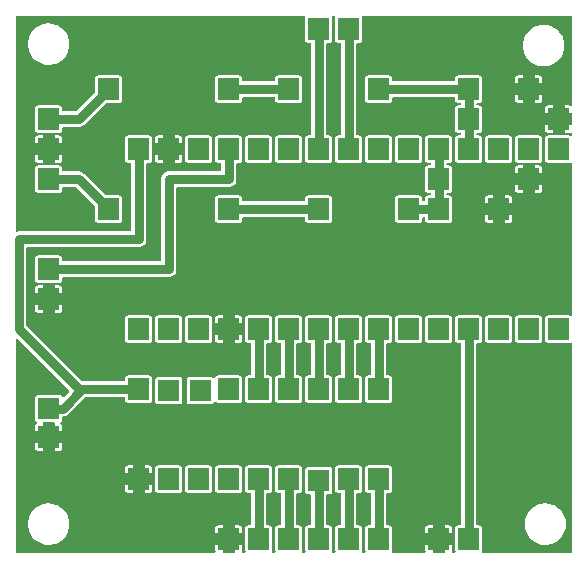
<source format=gbl>
G04 Layer: BottomLayer*
G04 EasyEDA v6.4.19.5, 2021-06-09T19:17:38+02:00*
G04 94c66fb5ae3c4a55bd9af1bff0602b37,3a21a940fc264e4589df007fb316c5b6,10*
G04 Gerber Generator version 0.2*
G04 Scale: 100 percent, Rotated: No, Reflected: No *
G04 Dimensions in millimeters *
G04 leading zeros omitted , absolute positions ,4 integer and 5 decimal *
%FSLAX45Y45*%
%MOMM*%

%ADD12C,0.8000*%

%LPD*%
G36*
X5446014Y10464D02*
G01*
X5442102Y11226D01*
X5438851Y13411D01*
X5436616Y16713D01*
X5435854Y20624D01*
X5435854Y1812747D01*
X5436616Y1816658D01*
X5438851Y1819960D01*
X5442102Y1822145D01*
X5446014Y1822907D01*
X5449925Y1822145D01*
X5453176Y1819960D01*
X5884062Y1389075D01*
X5886297Y1385773D01*
X5887059Y1381861D01*
X5886297Y1378000D01*
X5884062Y1374698D01*
X5842609Y1333195D01*
X5839612Y1331163D01*
X5836107Y1330248D01*
X5832500Y1330655D01*
X5829249Y1332331D01*
X5826810Y1334973D01*
X5824982Y1337868D01*
X5820968Y1341882D01*
X5816092Y1344930D01*
X5810707Y1346860D01*
X5804408Y1347571D01*
X5625592Y1347571D01*
X5619292Y1346860D01*
X5613908Y1344930D01*
X5609031Y1341882D01*
X5605018Y1337868D01*
X5601970Y1332992D01*
X5600039Y1327607D01*
X5599328Y1321308D01*
X5599328Y1142492D01*
X5600039Y1136192D01*
X5601970Y1130808D01*
X5605018Y1125931D01*
X5609031Y1121918D01*
X5612282Y1119835D01*
X5615228Y1117041D01*
X5616854Y1113282D01*
X5616854Y1109218D01*
X5615228Y1105458D01*
X5612282Y1102664D01*
X5609031Y1100582D01*
X5605018Y1096568D01*
X5601970Y1091692D01*
X5600039Y1086307D01*
X5599328Y1080008D01*
X5599328Y1041958D01*
X5663641Y1041958D01*
X5663641Y1106068D01*
X5664403Y1109980D01*
X5666638Y1113282D01*
X5669940Y1115466D01*
X5673801Y1116228D01*
X5756198Y1116228D01*
X5760059Y1115466D01*
X5763361Y1113282D01*
X5765596Y1109980D01*
X5766358Y1106068D01*
X5766358Y1041958D01*
X5830671Y1041958D01*
X5830671Y1080008D01*
X5829960Y1086307D01*
X5828080Y1091692D01*
X5824982Y1096568D01*
X5820968Y1100582D01*
X5817717Y1102664D01*
X5814771Y1105458D01*
X5813145Y1109218D01*
X5813145Y1113282D01*
X5814771Y1117041D01*
X5817717Y1119835D01*
X5820968Y1121918D01*
X5824982Y1125931D01*
X5828080Y1130808D01*
X5829960Y1136192D01*
X5830671Y1142492D01*
X5830671Y1156614D01*
X5831332Y1160322D01*
X5833364Y1163523D01*
X5836361Y1165758D01*
X5840018Y1166723D01*
X5844387Y1167079D01*
X5854395Y1169466D01*
X5863894Y1173429D01*
X5872683Y1178814D01*
X5880811Y1185773D01*
X6023457Y1328369D01*
X6026759Y1330553D01*
X6030620Y1331366D01*
X6351168Y1331366D01*
X6355080Y1330553D01*
X6358382Y1328369D01*
X6360566Y1325067D01*
X6361328Y1321206D01*
X6361328Y1307592D01*
X6362039Y1301292D01*
X6363970Y1295908D01*
X6367018Y1291031D01*
X6371031Y1287018D01*
X6375908Y1283919D01*
X6381292Y1282039D01*
X6387592Y1281328D01*
X6566408Y1281328D01*
X6572707Y1282039D01*
X6578092Y1283919D01*
X6582968Y1287018D01*
X6586981Y1291031D01*
X6590080Y1295908D01*
X6591960Y1301292D01*
X6592671Y1307592D01*
X6592671Y1486408D01*
X6591960Y1492707D01*
X6590080Y1498092D01*
X6586981Y1502968D01*
X6582968Y1506982D01*
X6578092Y1510030D01*
X6572707Y1511960D01*
X6566408Y1512671D01*
X6387592Y1512671D01*
X6381292Y1511960D01*
X6375908Y1510030D01*
X6371031Y1506982D01*
X6367018Y1502968D01*
X6363970Y1498092D01*
X6362039Y1492707D01*
X6361328Y1486408D01*
X6361328Y1472793D01*
X6360566Y1468932D01*
X6358382Y1465630D01*
X6355080Y1463446D01*
X6351168Y1462633D01*
X6000394Y1462633D01*
X5996533Y1463446D01*
X5993231Y1465630D01*
X5529630Y1929231D01*
X5527446Y1932533D01*
X5526633Y1936394D01*
X5526633Y2591206D01*
X5527446Y2595067D01*
X5529630Y2598369D01*
X5532932Y2600553D01*
X5536793Y2601366D01*
X6476593Y2601366D01*
X6487261Y2602179D01*
X6497269Y2604566D01*
X6506768Y2608529D01*
X6515557Y2613914D01*
X6523380Y2620619D01*
X6530085Y2628442D01*
X6535470Y2637231D01*
X6539433Y2646730D01*
X6541820Y2656738D01*
X6542633Y2667406D01*
X6542633Y3303168D01*
X6543446Y3307079D01*
X6545630Y3310382D01*
X6548932Y3312566D01*
X6552793Y3313328D01*
X6566408Y3313328D01*
X6572707Y3314039D01*
X6578092Y3315919D01*
X6582968Y3319018D01*
X6586981Y3323031D01*
X6590080Y3327908D01*
X6591960Y3333292D01*
X6592671Y3339592D01*
X6592671Y3518408D01*
X6591960Y3524707D01*
X6590080Y3530092D01*
X6586981Y3534968D01*
X6582968Y3538982D01*
X6578092Y3542029D01*
X6572707Y3543960D01*
X6566408Y3544671D01*
X6387592Y3544671D01*
X6381292Y3543960D01*
X6375908Y3542029D01*
X6371031Y3538982D01*
X6367018Y3534968D01*
X6363970Y3530092D01*
X6362039Y3524707D01*
X6361328Y3518408D01*
X6361328Y3339592D01*
X6362039Y3333292D01*
X6363970Y3327908D01*
X6367018Y3323031D01*
X6371031Y3319018D01*
X6375908Y3315919D01*
X6381292Y3314039D01*
X6387592Y3313328D01*
X6401206Y3313328D01*
X6405067Y3312566D01*
X6408369Y3310382D01*
X6410553Y3307079D01*
X6411366Y3303168D01*
X6411366Y2742793D01*
X6410553Y2738932D01*
X6408369Y2735630D01*
X6405067Y2733446D01*
X6401206Y2732633D01*
X5461406Y2732633D01*
X5450738Y2731820D01*
X5448401Y2731262D01*
X5444744Y2731058D01*
X5441238Y2732125D01*
X5438394Y2734411D01*
X5436514Y2737561D01*
X5435854Y2741117D01*
X5435854Y4548886D01*
X5436616Y4552797D01*
X5438851Y4556048D01*
X5442102Y4558284D01*
X5446014Y4559046D01*
X7878165Y4559046D01*
X7881924Y4558334D01*
X7885175Y4556252D01*
X7887411Y4553102D01*
X7888325Y4549343D01*
X7887766Y4545533D01*
X7886039Y4540707D01*
X7885328Y4534408D01*
X7885328Y4355592D01*
X7886039Y4349292D01*
X7887970Y4343908D01*
X7891018Y4339031D01*
X7895031Y4335018D01*
X7899908Y4331919D01*
X7905292Y4330039D01*
X7911592Y4329328D01*
X7925206Y4329328D01*
X7929067Y4328566D01*
X7932369Y4326382D01*
X7934553Y4323080D01*
X7935366Y4319168D01*
X7935366Y3554831D01*
X7934553Y3550920D01*
X7932369Y3547618D01*
X7929067Y3545433D01*
X7925206Y3544671D01*
X7911592Y3544671D01*
X7905292Y3543960D01*
X7899908Y3542029D01*
X7895031Y3538982D01*
X7891018Y3534968D01*
X7887970Y3530092D01*
X7886039Y3524707D01*
X7885328Y3518408D01*
X7885328Y3339592D01*
X7886039Y3333292D01*
X7887970Y3327908D01*
X7891018Y3323031D01*
X7895031Y3319018D01*
X7899908Y3315919D01*
X7905292Y3314039D01*
X7911592Y3313328D01*
X8090408Y3313328D01*
X8096707Y3314039D01*
X8102092Y3315919D01*
X8106968Y3319018D01*
X8110981Y3323031D01*
X8114080Y3327908D01*
X8115960Y3333292D01*
X8116671Y3339592D01*
X8116671Y3518408D01*
X8115960Y3524707D01*
X8114080Y3530092D01*
X8110981Y3534968D01*
X8106968Y3538982D01*
X8102092Y3542029D01*
X8096707Y3543960D01*
X8090408Y3544671D01*
X8076793Y3544671D01*
X8072932Y3545433D01*
X8069630Y3547618D01*
X8067446Y3550920D01*
X8066633Y3554831D01*
X8066633Y4319168D01*
X8067446Y4323080D01*
X8069630Y4326382D01*
X8072932Y4328566D01*
X8076793Y4329328D01*
X8090408Y4329328D01*
X8096707Y4330039D01*
X8102092Y4331919D01*
X8106968Y4335018D01*
X8110981Y4339031D01*
X8114080Y4343908D01*
X8115960Y4349292D01*
X8116671Y4355592D01*
X8116671Y4534408D01*
X8115960Y4540707D01*
X8114233Y4545533D01*
X8113674Y4549343D01*
X8114588Y4553102D01*
X8116824Y4556252D01*
X8120075Y4558334D01*
X8123834Y4559046D01*
X8132165Y4559046D01*
X8135924Y4558334D01*
X8139175Y4556252D01*
X8141411Y4553102D01*
X8142325Y4549343D01*
X8141766Y4545533D01*
X8140039Y4540707D01*
X8139328Y4534408D01*
X8139328Y4355592D01*
X8140039Y4349292D01*
X8141970Y4343908D01*
X8145018Y4339031D01*
X8149031Y4335018D01*
X8153908Y4331919D01*
X8159292Y4330039D01*
X8165592Y4329328D01*
X8179206Y4329328D01*
X8183067Y4328566D01*
X8186369Y4326382D01*
X8188553Y4323080D01*
X8189366Y4319168D01*
X8189366Y3554831D01*
X8188553Y3550920D01*
X8186369Y3547618D01*
X8183067Y3545433D01*
X8179206Y3544671D01*
X8165592Y3544671D01*
X8159292Y3543960D01*
X8153908Y3542029D01*
X8149031Y3538982D01*
X8145018Y3534968D01*
X8141970Y3530092D01*
X8140039Y3524707D01*
X8139328Y3518408D01*
X8139328Y3339592D01*
X8140039Y3333292D01*
X8141970Y3327908D01*
X8145018Y3323031D01*
X8149031Y3319018D01*
X8153908Y3315919D01*
X8159292Y3314039D01*
X8165592Y3313328D01*
X8344408Y3313328D01*
X8350707Y3314039D01*
X8356092Y3315919D01*
X8360968Y3319018D01*
X8364981Y3323031D01*
X8368080Y3327908D01*
X8369960Y3333292D01*
X8370671Y3339592D01*
X8370671Y3518408D01*
X8369960Y3524707D01*
X8368080Y3530092D01*
X8364981Y3534968D01*
X8360968Y3538982D01*
X8356092Y3542029D01*
X8350707Y3543960D01*
X8344408Y3544671D01*
X8330793Y3544671D01*
X8326932Y3545433D01*
X8323630Y3547618D01*
X8321446Y3550920D01*
X8320633Y3554831D01*
X8320633Y4319168D01*
X8321446Y4323080D01*
X8323630Y4326382D01*
X8326932Y4328566D01*
X8330793Y4329328D01*
X8344408Y4329328D01*
X8350707Y4330039D01*
X8356092Y4331919D01*
X8360968Y4335018D01*
X8364981Y4339031D01*
X8368080Y4343908D01*
X8369960Y4349292D01*
X8370671Y4355592D01*
X8370671Y4534408D01*
X8369960Y4540707D01*
X8368233Y4545533D01*
X8367674Y4549343D01*
X8368588Y4553102D01*
X8370824Y4556252D01*
X8374075Y4558334D01*
X8377834Y4559046D01*
X10136886Y4559046D01*
X10140797Y4558284D01*
X10144048Y4556048D01*
X10146284Y4552797D01*
X10147046Y4548886D01*
X10147046Y3805834D01*
X10146334Y3802075D01*
X10144252Y3798824D01*
X10141102Y3796588D01*
X10137343Y3795674D01*
X10133533Y3796233D01*
X10128707Y3797960D01*
X10122408Y3798671D01*
X10084358Y3798671D01*
X10084358Y3734358D01*
X10136886Y3734358D01*
X10140797Y3733596D01*
X10144048Y3731361D01*
X10146284Y3728059D01*
X10147046Y3724198D01*
X10147046Y3641801D01*
X10146284Y3637940D01*
X10144048Y3634638D01*
X10140797Y3632403D01*
X10136886Y3631641D01*
X10084358Y3631641D01*
X10084358Y3567328D01*
X10122408Y3567328D01*
X10128707Y3568039D01*
X10133533Y3569766D01*
X10137343Y3570325D01*
X10141102Y3569411D01*
X10144252Y3567176D01*
X10146334Y3563924D01*
X10147046Y3560165D01*
X10147046Y3551834D01*
X10146334Y3548075D01*
X10144252Y3544824D01*
X10141102Y3542588D01*
X10137343Y3541674D01*
X10133533Y3542233D01*
X10128707Y3543960D01*
X10122408Y3544671D01*
X9943592Y3544671D01*
X9937292Y3543960D01*
X9931908Y3542029D01*
X9927031Y3538982D01*
X9923018Y3534968D01*
X9919970Y3530092D01*
X9918039Y3524707D01*
X9917328Y3518408D01*
X9917328Y3339592D01*
X9918039Y3333292D01*
X9919970Y3327908D01*
X9923018Y3323031D01*
X9927031Y3319018D01*
X9931908Y3315919D01*
X9937292Y3314039D01*
X9943592Y3313328D01*
X10122408Y3313328D01*
X10128707Y3314039D01*
X10133533Y3315766D01*
X10137343Y3316325D01*
X10141102Y3315411D01*
X10144252Y3313176D01*
X10146334Y3309924D01*
X10147046Y3306165D01*
X10147046Y2027834D01*
X10146334Y2024075D01*
X10144252Y2020824D01*
X10141102Y2018588D01*
X10137343Y2017674D01*
X10133533Y2018233D01*
X10128707Y2019960D01*
X10122408Y2020671D01*
X9943592Y2020671D01*
X9937292Y2019960D01*
X9931908Y2018030D01*
X9927031Y2014982D01*
X9923018Y2010968D01*
X9919970Y2006092D01*
X9918039Y2000707D01*
X9917328Y1994407D01*
X9917328Y1815592D01*
X9918039Y1809292D01*
X9919970Y1803907D01*
X9923018Y1799031D01*
X9927031Y1795018D01*
X9931908Y1791919D01*
X9937292Y1790039D01*
X9943592Y1789328D01*
X10122408Y1789328D01*
X10128707Y1790039D01*
X10133533Y1791766D01*
X10137343Y1792325D01*
X10141102Y1791411D01*
X10144252Y1789175D01*
X10146334Y1785924D01*
X10147046Y1782165D01*
X10147046Y20624D01*
X10146284Y16713D01*
X10144048Y13411D01*
X10140797Y11226D01*
X10136886Y10464D01*
X9392716Y10464D01*
X9388551Y11328D01*
X9385147Y13868D01*
X9383014Y17627D01*
X9382658Y21844D01*
X9385960Y31292D01*
X9386671Y37592D01*
X9386671Y216408D01*
X9385960Y222707D01*
X9384080Y228092D01*
X9380982Y232968D01*
X9376968Y236982D01*
X9372092Y240029D01*
X9366707Y241960D01*
X9360408Y242671D01*
X9346793Y242671D01*
X9342932Y243433D01*
X9339630Y245617D01*
X9337446Y248920D01*
X9336633Y252831D01*
X9336633Y1779168D01*
X9337446Y1783080D01*
X9339630Y1786382D01*
X9342932Y1788566D01*
X9346793Y1789328D01*
X9360408Y1789328D01*
X9366707Y1790039D01*
X9372092Y1791919D01*
X9376968Y1795018D01*
X9380982Y1799031D01*
X9384080Y1803907D01*
X9385960Y1809292D01*
X9386671Y1815592D01*
X9386671Y1994407D01*
X9385960Y2000707D01*
X9384080Y2006092D01*
X9380982Y2010968D01*
X9376968Y2014982D01*
X9372092Y2018030D01*
X9366707Y2019960D01*
X9360408Y2020671D01*
X9181592Y2020671D01*
X9175292Y2019960D01*
X9169908Y2018030D01*
X9165031Y2014982D01*
X9161018Y2010968D01*
X9157970Y2006092D01*
X9156039Y2000707D01*
X9155328Y1994407D01*
X9155328Y1815592D01*
X9156039Y1809292D01*
X9157970Y1803907D01*
X9161018Y1799031D01*
X9165031Y1795018D01*
X9169908Y1791919D01*
X9175292Y1790039D01*
X9181592Y1789328D01*
X9195206Y1789328D01*
X9199067Y1788566D01*
X9202369Y1786382D01*
X9204553Y1783080D01*
X9205366Y1779168D01*
X9205366Y252831D01*
X9204553Y248920D01*
X9202369Y245617D01*
X9199067Y243433D01*
X9195206Y242671D01*
X9181592Y242671D01*
X9175292Y241960D01*
X9169908Y240029D01*
X9165031Y236982D01*
X9161018Y232968D01*
X9157970Y228092D01*
X9156039Y222707D01*
X9155328Y216408D01*
X9155328Y37592D01*
X9156039Y31292D01*
X9159341Y21844D01*
X9158986Y17627D01*
X9156852Y13868D01*
X9153448Y11328D01*
X9149283Y10464D01*
X9138716Y10464D01*
X9134551Y11328D01*
X9131147Y13868D01*
X9129014Y17627D01*
X9128658Y21844D01*
X9131960Y31292D01*
X9132671Y37592D01*
X9132671Y75641D01*
X9068358Y75641D01*
X9068358Y20624D01*
X9067596Y16713D01*
X9065361Y13411D01*
X9062059Y11226D01*
X9058198Y10464D01*
X8975801Y10464D01*
X8971940Y11226D01*
X8968638Y13411D01*
X8966403Y16713D01*
X8965641Y20624D01*
X8965641Y75641D01*
X8901328Y75641D01*
X8901328Y37592D01*
X8902039Y31292D01*
X8905341Y21844D01*
X8904986Y17627D01*
X8902852Y13868D01*
X8899448Y11328D01*
X8895283Y10464D01*
X8630716Y10464D01*
X8626551Y11328D01*
X8623147Y13868D01*
X8621014Y17627D01*
X8620658Y21844D01*
X8623960Y31292D01*
X8624671Y37592D01*
X8624671Y216408D01*
X8623960Y222707D01*
X8622080Y228092D01*
X8618982Y232968D01*
X8614968Y236982D01*
X8610092Y240029D01*
X8604707Y241960D01*
X8598408Y242671D01*
X8584793Y242671D01*
X8580932Y243433D01*
X8577630Y245617D01*
X8575446Y248920D01*
X8574633Y252831D01*
X8574633Y509168D01*
X8575446Y513080D01*
X8577630Y516382D01*
X8580932Y518566D01*
X8584793Y519328D01*
X8598408Y519328D01*
X8604707Y520039D01*
X8610092Y521919D01*
X8614968Y525018D01*
X8618982Y529031D01*
X8622080Y533908D01*
X8623960Y539292D01*
X8624671Y545592D01*
X8624671Y724408D01*
X8623960Y730707D01*
X8622080Y736092D01*
X8618982Y740968D01*
X8614968Y744982D01*
X8610092Y748030D01*
X8604707Y749960D01*
X8598408Y750671D01*
X8419592Y750671D01*
X8413292Y749960D01*
X8407908Y748030D01*
X8403031Y744982D01*
X8399018Y740968D01*
X8395970Y736092D01*
X8394039Y730707D01*
X8393328Y724408D01*
X8393328Y545592D01*
X8394039Y539292D01*
X8395970Y533908D01*
X8399018Y529031D01*
X8403031Y525018D01*
X8407908Y521919D01*
X8413292Y520039D01*
X8419592Y519328D01*
X8433206Y519328D01*
X8437067Y518566D01*
X8440369Y516382D01*
X8442553Y513080D01*
X8443366Y509168D01*
X8443366Y252831D01*
X8442553Y248920D01*
X8440369Y245617D01*
X8437067Y243433D01*
X8433206Y242671D01*
X8419592Y242671D01*
X8413292Y241960D01*
X8407908Y240029D01*
X8403031Y236982D01*
X8399018Y232968D01*
X8395970Y228092D01*
X8394039Y222707D01*
X8393328Y216408D01*
X8393328Y37592D01*
X8394039Y31292D01*
X8397341Y21844D01*
X8396986Y17627D01*
X8394852Y13868D01*
X8391448Y11328D01*
X8387283Y10464D01*
X8376716Y10464D01*
X8372551Y11328D01*
X8369147Y13868D01*
X8367014Y17627D01*
X8366658Y21844D01*
X8369960Y31292D01*
X8370671Y37592D01*
X8370671Y216408D01*
X8369960Y222707D01*
X8368080Y228092D01*
X8364981Y232968D01*
X8360968Y236982D01*
X8356092Y240029D01*
X8350707Y241960D01*
X8344408Y242671D01*
X8330793Y242671D01*
X8326932Y243433D01*
X8323630Y245617D01*
X8321446Y248920D01*
X8320633Y252831D01*
X8320633Y509168D01*
X8321446Y513080D01*
X8323630Y516382D01*
X8326932Y518566D01*
X8330793Y519328D01*
X8344408Y519328D01*
X8350707Y520039D01*
X8356092Y521919D01*
X8360968Y525018D01*
X8364981Y529031D01*
X8368080Y533908D01*
X8369960Y539292D01*
X8370671Y545592D01*
X8370671Y724408D01*
X8369960Y730707D01*
X8368080Y736092D01*
X8364981Y740968D01*
X8360968Y744982D01*
X8356092Y748030D01*
X8350707Y749960D01*
X8344408Y750671D01*
X8165592Y750671D01*
X8159292Y749960D01*
X8153908Y748030D01*
X8149031Y744982D01*
X8145018Y740968D01*
X8141970Y736092D01*
X8140039Y730707D01*
X8139328Y724408D01*
X8139328Y545592D01*
X8140039Y539292D01*
X8141970Y533908D01*
X8145018Y529031D01*
X8149031Y525018D01*
X8153908Y521919D01*
X8159292Y520039D01*
X8165592Y519328D01*
X8179206Y519328D01*
X8183067Y518566D01*
X8186369Y516382D01*
X8188553Y513080D01*
X8189366Y509168D01*
X8189366Y252831D01*
X8188553Y248920D01*
X8186369Y245617D01*
X8183067Y243433D01*
X8179206Y242671D01*
X8165592Y242671D01*
X8159292Y241960D01*
X8153908Y240029D01*
X8149031Y236982D01*
X8145018Y232968D01*
X8141970Y228092D01*
X8140039Y222707D01*
X8139328Y216408D01*
X8139328Y37592D01*
X8140039Y31292D01*
X8143341Y21844D01*
X8142986Y17627D01*
X8140852Y13868D01*
X8137448Y11328D01*
X8133283Y10464D01*
X8122716Y10464D01*
X8118551Y11328D01*
X8115147Y13868D01*
X8113014Y17627D01*
X8112658Y21844D01*
X8115960Y31292D01*
X8116671Y37592D01*
X8116671Y216408D01*
X8115960Y222707D01*
X8114080Y228092D01*
X8110981Y232968D01*
X8106968Y236982D01*
X8102092Y240029D01*
X8096707Y241960D01*
X8090408Y242671D01*
X8076793Y242671D01*
X8072932Y243433D01*
X8069630Y245617D01*
X8067446Y248920D01*
X8066633Y252831D01*
X8066633Y496468D01*
X8067446Y500380D01*
X8069630Y503682D01*
X8072932Y505866D01*
X8076793Y506628D01*
X8090408Y506628D01*
X8096707Y507339D01*
X8102092Y509219D01*
X8106968Y512318D01*
X8110981Y516331D01*
X8114080Y521208D01*
X8115960Y526592D01*
X8116671Y532892D01*
X8116671Y711708D01*
X8115960Y718007D01*
X8114080Y723392D01*
X8110981Y728268D01*
X8106968Y732282D01*
X8102092Y735330D01*
X8096707Y737260D01*
X8090408Y737971D01*
X7911592Y737971D01*
X7905292Y737260D01*
X7899908Y735330D01*
X7895031Y732282D01*
X7891018Y728268D01*
X7887970Y723392D01*
X7886039Y718007D01*
X7885328Y711708D01*
X7885328Y532892D01*
X7886039Y526592D01*
X7887970Y521208D01*
X7891018Y516331D01*
X7895031Y512318D01*
X7899908Y509219D01*
X7905292Y507339D01*
X7911592Y506628D01*
X7925206Y506628D01*
X7929067Y505866D01*
X7932369Y503682D01*
X7934553Y500380D01*
X7935366Y496468D01*
X7935366Y252831D01*
X7934553Y248920D01*
X7932369Y245617D01*
X7929067Y243433D01*
X7925206Y242671D01*
X7911592Y242671D01*
X7905292Y241960D01*
X7899908Y240029D01*
X7895031Y236982D01*
X7891018Y232968D01*
X7887970Y228092D01*
X7886039Y222707D01*
X7885328Y216408D01*
X7885328Y37592D01*
X7886039Y31292D01*
X7889341Y21844D01*
X7888986Y17627D01*
X7886852Y13868D01*
X7883448Y11328D01*
X7879283Y10464D01*
X7868716Y10464D01*
X7864551Y11328D01*
X7861147Y13868D01*
X7859014Y17627D01*
X7858658Y21844D01*
X7861960Y31292D01*
X7862671Y37592D01*
X7862671Y216408D01*
X7861960Y222707D01*
X7860080Y228092D01*
X7856981Y232968D01*
X7852968Y236982D01*
X7848092Y240029D01*
X7842707Y241960D01*
X7836408Y242671D01*
X7822793Y242671D01*
X7818932Y243433D01*
X7815630Y245617D01*
X7813446Y248920D01*
X7812633Y252831D01*
X7812633Y509168D01*
X7813446Y513080D01*
X7815630Y516382D01*
X7818932Y518566D01*
X7822793Y519328D01*
X7836408Y519328D01*
X7842707Y520039D01*
X7848092Y521919D01*
X7852968Y525018D01*
X7856981Y529031D01*
X7860080Y533908D01*
X7861960Y539292D01*
X7862671Y545592D01*
X7862671Y724408D01*
X7861960Y730707D01*
X7860080Y736092D01*
X7856981Y740968D01*
X7852968Y744982D01*
X7848092Y748030D01*
X7842707Y749960D01*
X7836408Y750671D01*
X7657592Y750671D01*
X7651292Y749960D01*
X7645908Y748030D01*
X7641031Y744982D01*
X7637018Y740968D01*
X7633970Y736092D01*
X7632039Y730707D01*
X7631328Y724408D01*
X7631328Y545592D01*
X7632039Y539292D01*
X7633970Y533908D01*
X7637018Y529031D01*
X7641031Y525018D01*
X7645908Y521919D01*
X7651292Y520039D01*
X7657592Y519328D01*
X7671206Y519328D01*
X7675067Y518566D01*
X7678369Y516382D01*
X7680553Y513080D01*
X7681366Y509168D01*
X7681366Y252831D01*
X7680553Y248920D01*
X7678369Y245617D01*
X7675067Y243433D01*
X7671206Y242671D01*
X7657592Y242671D01*
X7651292Y241960D01*
X7645908Y240029D01*
X7641031Y236982D01*
X7637018Y232968D01*
X7633970Y228092D01*
X7632039Y222707D01*
X7631328Y216408D01*
X7631328Y37592D01*
X7632039Y31292D01*
X7635341Y21844D01*
X7634986Y17627D01*
X7632852Y13868D01*
X7629448Y11328D01*
X7625283Y10464D01*
X7614716Y10464D01*
X7610551Y11328D01*
X7607147Y13868D01*
X7605014Y17627D01*
X7604658Y21844D01*
X7607960Y31292D01*
X7608671Y37592D01*
X7608671Y216408D01*
X7607960Y222707D01*
X7606080Y228092D01*
X7602981Y232968D01*
X7598968Y236982D01*
X7594092Y240029D01*
X7588707Y241960D01*
X7582408Y242671D01*
X7568793Y242671D01*
X7564932Y243433D01*
X7561630Y245617D01*
X7559446Y248920D01*
X7558633Y252831D01*
X7558633Y509168D01*
X7559446Y513080D01*
X7561630Y516382D01*
X7564932Y518566D01*
X7568793Y519328D01*
X7582408Y519328D01*
X7588707Y520039D01*
X7594092Y521919D01*
X7598968Y525018D01*
X7602981Y529031D01*
X7606080Y533908D01*
X7607960Y539292D01*
X7608671Y545592D01*
X7608671Y724408D01*
X7607960Y730707D01*
X7606080Y736092D01*
X7602981Y740968D01*
X7598968Y744982D01*
X7594092Y748030D01*
X7588707Y749960D01*
X7582408Y750671D01*
X7403592Y750671D01*
X7397292Y749960D01*
X7391908Y748030D01*
X7387031Y744982D01*
X7383018Y740968D01*
X7379970Y736092D01*
X7378039Y730707D01*
X7377328Y724408D01*
X7377328Y545592D01*
X7378039Y539292D01*
X7379970Y533908D01*
X7383018Y529031D01*
X7387031Y525018D01*
X7391908Y521919D01*
X7397292Y520039D01*
X7403592Y519328D01*
X7417206Y519328D01*
X7421067Y518566D01*
X7424369Y516382D01*
X7426553Y513080D01*
X7427366Y509168D01*
X7427366Y252831D01*
X7426553Y248920D01*
X7424369Y245617D01*
X7421067Y243433D01*
X7417206Y242671D01*
X7403592Y242671D01*
X7397292Y241960D01*
X7391908Y240029D01*
X7387031Y236982D01*
X7383018Y232968D01*
X7379970Y228092D01*
X7378039Y222707D01*
X7377328Y216408D01*
X7377328Y37592D01*
X7378039Y31292D01*
X7381341Y21844D01*
X7380986Y17627D01*
X7378852Y13868D01*
X7375448Y11328D01*
X7371283Y10464D01*
X7360716Y10464D01*
X7356551Y11328D01*
X7353147Y13868D01*
X7351014Y17627D01*
X7350658Y21844D01*
X7353960Y31292D01*
X7354671Y37592D01*
X7354671Y75641D01*
X7290358Y75641D01*
X7290358Y20624D01*
X7289596Y16713D01*
X7287361Y13411D01*
X7284059Y11226D01*
X7280198Y10464D01*
X7197801Y10464D01*
X7193940Y11226D01*
X7190638Y13411D01*
X7188403Y16713D01*
X7187641Y20624D01*
X7187641Y75641D01*
X7123328Y75641D01*
X7123328Y37592D01*
X7124039Y31292D01*
X7127341Y21844D01*
X7126986Y17627D01*
X7124852Y13868D01*
X7121448Y11328D01*
X7117283Y10464D01*
G37*

%LPC*%
G36*
X9923221Y78435D02*
G01*
X9941255Y79806D01*
X9959035Y83058D01*
X9976408Y88087D01*
X9993172Y94945D01*
X10009124Y103428D01*
X10024110Y113537D01*
X10038029Y125120D01*
X10050627Y138074D01*
X10061854Y152247D01*
X10071557Y167487D01*
X10079634Y183642D01*
X10086035Y200609D01*
X10090607Y218084D01*
X10093401Y235915D01*
X10094315Y254000D01*
X10093401Y272034D01*
X10090607Y289915D01*
X10086035Y307390D01*
X10079634Y324358D01*
X10071557Y340512D01*
X10061854Y355752D01*
X10050627Y369925D01*
X10038029Y382879D01*
X10024110Y394462D01*
X10009124Y404571D01*
X9993172Y413054D01*
X9976408Y419912D01*
X9959035Y424942D01*
X9941255Y428193D01*
X9923221Y429564D01*
X9905136Y429107D01*
X9887204Y426770D01*
X9869627Y422656D01*
X9852507Y416712D01*
X9836150Y409041D01*
X9820656Y399745D01*
X9806178Y388874D01*
X9792919Y376580D01*
X9780981Y363016D01*
X9770516Y348284D01*
X9761575Y332536D01*
X9754362Y315976D01*
X9748875Y298754D01*
X9745167Y281025D01*
X9743287Y263042D01*
X9743287Y244957D01*
X9745167Y226974D01*
X9748875Y209245D01*
X9754362Y192024D01*
X9761575Y175463D01*
X9770516Y159715D01*
X9780981Y144983D01*
X9792919Y131419D01*
X9806178Y119126D01*
X9820656Y108254D01*
X9836150Y98958D01*
X9852507Y91287D01*
X9869627Y85344D01*
X9887204Y81229D01*
X9905136Y78892D01*
G37*
G36*
X5719521Y78435D02*
G01*
X5737555Y79806D01*
X5755335Y83058D01*
X5772708Y88087D01*
X5789472Y94945D01*
X5805424Y103428D01*
X5820410Y113537D01*
X5834329Y125120D01*
X5846927Y138074D01*
X5858154Y152247D01*
X5867857Y167487D01*
X5875934Y183642D01*
X5882335Y200609D01*
X5886907Y218084D01*
X5889701Y235915D01*
X5890615Y254000D01*
X5889701Y272034D01*
X5886907Y289915D01*
X5882335Y307390D01*
X5875934Y324358D01*
X5867857Y340512D01*
X5858154Y355752D01*
X5846927Y369925D01*
X5834329Y382879D01*
X5820410Y394462D01*
X5805424Y404571D01*
X5789472Y413054D01*
X5772708Y419912D01*
X5755335Y424942D01*
X5737555Y428193D01*
X5719521Y429564D01*
X5701436Y429107D01*
X5683504Y426770D01*
X5665927Y422656D01*
X5648807Y416712D01*
X5632450Y409041D01*
X5616956Y399745D01*
X5602478Y388874D01*
X5589219Y376580D01*
X5577281Y363016D01*
X5566816Y348284D01*
X5557875Y332536D01*
X5550662Y315976D01*
X5545175Y298754D01*
X5541467Y281025D01*
X5539587Y263042D01*
X5539587Y244957D01*
X5541467Y226974D01*
X5545175Y209245D01*
X5550662Y192024D01*
X5557875Y175463D01*
X5566816Y159715D01*
X5577281Y144983D01*
X5589219Y131419D01*
X5602478Y119126D01*
X5616956Y108254D01*
X5632450Y98958D01*
X5648807Y91287D01*
X5665927Y85344D01*
X5683504Y81229D01*
X5701436Y78892D01*
G37*
G36*
X7290358Y178358D02*
G01*
X7354671Y178358D01*
X7354671Y216408D01*
X7353960Y222707D01*
X7352080Y228092D01*
X7348981Y232968D01*
X7344968Y236982D01*
X7340092Y240029D01*
X7334707Y241960D01*
X7328408Y242671D01*
X7290358Y242671D01*
G37*
G36*
X7123328Y178358D02*
G01*
X7187641Y178358D01*
X7187641Y242671D01*
X7149592Y242671D01*
X7143292Y241960D01*
X7137908Y240029D01*
X7133031Y236982D01*
X7129018Y232968D01*
X7125970Y228092D01*
X7124039Y222707D01*
X7123328Y216408D01*
G37*
G36*
X9068358Y178358D02*
G01*
X9132671Y178358D01*
X9132671Y216408D01*
X9131960Y222707D01*
X9130080Y228092D01*
X9126982Y232968D01*
X9122968Y236982D01*
X9118092Y240029D01*
X9112707Y241960D01*
X9106408Y242671D01*
X9068358Y242671D01*
G37*
G36*
X8901328Y178358D02*
G01*
X8965641Y178358D01*
X8965641Y242671D01*
X8927592Y242671D01*
X8921292Y241960D01*
X8915908Y240029D01*
X8911031Y236982D01*
X8907018Y232968D01*
X8903970Y228092D01*
X8902039Y222707D01*
X8901328Y216408D01*
G37*
G36*
X6387592Y519328D02*
G01*
X6425641Y519328D01*
X6425641Y583641D01*
X6361328Y583641D01*
X6361328Y545592D01*
X6362039Y539292D01*
X6363970Y533908D01*
X6367018Y529031D01*
X6371031Y525018D01*
X6375908Y521919D01*
X6381292Y520039D01*
G37*
G36*
X6528358Y519328D02*
G01*
X6566408Y519328D01*
X6572707Y520039D01*
X6578092Y521919D01*
X6582968Y525018D01*
X6586981Y529031D01*
X6590080Y533908D01*
X6591960Y539292D01*
X6592671Y545592D01*
X6592671Y583641D01*
X6528358Y583641D01*
G37*
G36*
X6641592Y519328D02*
G01*
X6820408Y519328D01*
X6826707Y520039D01*
X6832092Y521919D01*
X6836968Y525018D01*
X6840981Y529031D01*
X6844080Y533908D01*
X6845960Y539292D01*
X6846671Y545592D01*
X6846671Y724408D01*
X6845960Y730707D01*
X6844080Y736092D01*
X6840981Y740968D01*
X6836968Y744982D01*
X6832092Y748030D01*
X6826707Y749960D01*
X6820408Y750671D01*
X6641592Y750671D01*
X6635292Y749960D01*
X6629908Y748030D01*
X6625031Y744982D01*
X6621018Y740968D01*
X6617970Y736092D01*
X6616039Y730707D01*
X6615328Y724408D01*
X6615328Y545592D01*
X6616039Y539292D01*
X6617970Y533908D01*
X6621018Y529031D01*
X6625031Y525018D01*
X6629908Y521919D01*
X6635292Y520039D01*
G37*
G36*
X6895592Y519328D02*
G01*
X7074408Y519328D01*
X7080707Y520039D01*
X7086092Y521919D01*
X7090968Y525018D01*
X7094981Y529031D01*
X7098080Y533908D01*
X7099960Y539292D01*
X7100671Y545592D01*
X7100671Y724408D01*
X7099960Y730707D01*
X7098080Y736092D01*
X7094981Y740968D01*
X7090968Y744982D01*
X7086092Y748030D01*
X7080707Y749960D01*
X7074408Y750671D01*
X6895592Y750671D01*
X6889292Y749960D01*
X6883908Y748030D01*
X6879031Y744982D01*
X6875018Y740968D01*
X6871970Y736092D01*
X6870039Y730707D01*
X6869328Y724408D01*
X6869328Y545592D01*
X6870039Y539292D01*
X6871970Y533908D01*
X6875018Y529031D01*
X6879031Y525018D01*
X6883908Y521919D01*
X6889292Y520039D01*
G37*
G36*
X7149592Y519328D02*
G01*
X7328408Y519328D01*
X7334707Y520039D01*
X7340092Y521919D01*
X7344968Y525018D01*
X7348981Y529031D01*
X7352080Y533908D01*
X7353960Y539292D01*
X7354671Y545592D01*
X7354671Y724408D01*
X7353960Y730707D01*
X7352080Y736092D01*
X7348981Y740968D01*
X7344968Y744982D01*
X7340092Y748030D01*
X7334707Y749960D01*
X7328408Y750671D01*
X7149592Y750671D01*
X7143292Y749960D01*
X7137908Y748030D01*
X7133031Y744982D01*
X7129018Y740968D01*
X7125970Y736092D01*
X7124039Y730707D01*
X7123328Y724408D01*
X7123328Y545592D01*
X7124039Y539292D01*
X7125970Y533908D01*
X7129018Y529031D01*
X7133031Y525018D01*
X7137908Y521919D01*
X7143292Y520039D01*
G37*
G36*
X6361328Y686358D02*
G01*
X6425641Y686358D01*
X6425641Y750671D01*
X6387592Y750671D01*
X6381292Y749960D01*
X6375908Y748030D01*
X6371031Y744982D01*
X6367018Y740968D01*
X6363970Y736092D01*
X6362039Y730707D01*
X6361328Y724408D01*
G37*
G36*
X6528358Y686358D02*
G01*
X6592671Y686358D01*
X6592671Y724408D01*
X6591960Y730707D01*
X6590080Y736092D01*
X6586981Y740968D01*
X6582968Y744982D01*
X6578092Y748030D01*
X6572707Y749960D01*
X6566408Y750671D01*
X6528358Y750671D01*
G37*
G36*
X5625592Y874928D02*
G01*
X5663641Y874928D01*
X5663641Y939241D01*
X5599328Y939241D01*
X5599328Y901192D01*
X5600039Y894892D01*
X5601970Y889508D01*
X5605018Y884631D01*
X5609031Y880618D01*
X5613908Y877519D01*
X5619292Y875639D01*
G37*
G36*
X5766358Y874928D02*
G01*
X5804408Y874928D01*
X5810707Y875639D01*
X5816092Y877519D01*
X5820968Y880618D01*
X5824982Y884631D01*
X5828080Y889508D01*
X5829960Y894892D01*
X5830671Y901192D01*
X5830671Y939241D01*
X5766358Y939241D01*
G37*
G36*
X6641592Y1268628D02*
G01*
X6820408Y1268628D01*
X6826707Y1269339D01*
X6832092Y1271219D01*
X6836968Y1274318D01*
X6840981Y1278331D01*
X6844080Y1283208D01*
X6845960Y1288592D01*
X6846671Y1294892D01*
X6846671Y1473708D01*
X6845960Y1480007D01*
X6844080Y1485392D01*
X6840981Y1490268D01*
X6836968Y1494282D01*
X6832092Y1497330D01*
X6826707Y1499260D01*
X6820408Y1499971D01*
X6641592Y1499971D01*
X6635292Y1499260D01*
X6629908Y1497330D01*
X6625031Y1494282D01*
X6621018Y1490268D01*
X6617970Y1485392D01*
X6616039Y1480007D01*
X6615328Y1473708D01*
X6615328Y1294892D01*
X6616039Y1288592D01*
X6617970Y1283208D01*
X6621018Y1278331D01*
X6625031Y1274318D01*
X6629908Y1271219D01*
X6635292Y1269339D01*
G37*
G36*
X6908292Y1268628D02*
G01*
X7087108Y1268628D01*
X7093407Y1269339D01*
X7098792Y1271219D01*
X7103668Y1274318D01*
X7107681Y1278331D01*
X7110780Y1283208D01*
X7112152Y1287272D01*
X7114286Y1290777D01*
X7117588Y1293164D01*
X7121550Y1294079D01*
X7125563Y1293317D01*
X7128967Y1291082D01*
X7133031Y1287018D01*
X7137908Y1283919D01*
X7143292Y1282039D01*
X7149592Y1281328D01*
X7328408Y1281328D01*
X7334707Y1282039D01*
X7340092Y1283919D01*
X7344968Y1287018D01*
X7348981Y1291031D01*
X7352080Y1295908D01*
X7353960Y1301292D01*
X7354671Y1307592D01*
X7354671Y1486408D01*
X7353960Y1492707D01*
X7352080Y1498092D01*
X7348981Y1502968D01*
X7344968Y1506982D01*
X7340092Y1510030D01*
X7334707Y1511960D01*
X7328408Y1512671D01*
X7149592Y1512671D01*
X7143292Y1511960D01*
X7137908Y1510030D01*
X7133031Y1506982D01*
X7129018Y1502968D01*
X7125970Y1498092D01*
X7124547Y1494028D01*
X7122414Y1490522D01*
X7119112Y1488135D01*
X7115149Y1487220D01*
X7111136Y1487982D01*
X7107732Y1490218D01*
X7103668Y1494282D01*
X7098792Y1497330D01*
X7093407Y1499260D01*
X7087108Y1499971D01*
X6908292Y1499971D01*
X6901992Y1499260D01*
X6896608Y1497330D01*
X6891731Y1494282D01*
X6887718Y1490268D01*
X6884670Y1485392D01*
X6882739Y1480007D01*
X6882028Y1473708D01*
X6882028Y1294892D01*
X6882739Y1288592D01*
X6884670Y1283208D01*
X6887718Y1278331D01*
X6891731Y1274318D01*
X6896608Y1271219D01*
X6901992Y1269339D01*
G37*
G36*
X7657592Y1281328D02*
G01*
X7836408Y1281328D01*
X7842707Y1282039D01*
X7848092Y1283919D01*
X7852968Y1287018D01*
X7856981Y1291031D01*
X7860080Y1295908D01*
X7861960Y1301292D01*
X7862671Y1307592D01*
X7862671Y1486408D01*
X7861960Y1492707D01*
X7860080Y1498092D01*
X7856981Y1502968D01*
X7852968Y1506982D01*
X7848092Y1510030D01*
X7842707Y1511960D01*
X7836408Y1512671D01*
X7822793Y1512671D01*
X7818932Y1513433D01*
X7815630Y1515618D01*
X7813446Y1518920D01*
X7812633Y1522831D01*
X7812633Y1779168D01*
X7813446Y1783080D01*
X7815630Y1786382D01*
X7818932Y1788566D01*
X7822793Y1789328D01*
X7836408Y1789328D01*
X7842707Y1790039D01*
X7848092Y1791919D01*
X7852968Y1795018D01*
X7856981Y1799031D01*
X7860080Y1803907D01*
X7861960Y1809292D01*
X7862671Y1815592D01*
X7862671Y1994407D01*
X7861960Y2000707D01*
X7860080Y2006092D01*
X7856981Y2010968D01*
X7852968Y2014982D01*
X7848092Y2018030D01*
X7842707Y2019960D01*
X7836408Y2020671D01*
X7657592Y2020671D01*
X7651292Y2019960D01*
X7645908Y2018030D01*
X7641031Y2014982D01*
X7637018Y2010968D01*
X7633970Y2006092D01*
X7632039Y2000707D01*
X7631328Y1994407D01*
X7631328Y1815592D01*
X7632039Y1809292D01*
X7633970Y1803907D01*
X7637018Y1799031D01*
X7641031Y1795018D01*
X7645908Y1791919D01*
X7651292Y1790039D01*
X7657592Y1789328D01*
X7671206Y1789328D01*
X7675067Y1788566D01*
X7678369Y1786382D01*
X7680553Y1783080D01*
X7681366Y1779168D01*
X7681366Y1522831D01*
X7680553Y1518920D01*
X7678369Y1515618D01*
X7675067Y1513433D01*
X7671206Y1512671D01*
X7657592Y1512671D01*
X7651292Y1511960D01*
X7645908Y1510030D01*
X7641031Y1506982D01*
X7637018Y1502968D01*
X7633970Y1498092D01*
X7632039Y1492707D01*
X7631328Y1486408D01*
X7631328Y1307592D01*
X7632039Y1301292D01*
X7633970Y1295908D01*
X7637018Y1291031D01*
X7641031Y1287018D01*
X7645908Y1283919D01*
X7651292Y1282039D01*
G37*
G36*
X8165592Y1281328D02*
G01*
X8344408Y1281328D01*
X8350707Y1282039D01*
X8356092Y1283919D01*
X8360968Y1287018D01*
X8364981Y1291031D01*
X8368080Y1295908D01*
X8369960Y1301292D01*
X8370671Y1307592D01*
X8370671Y1486408D01*
X8369960Y1492707D01*
X8368080Y1498092D01*
X8364981Y1502968D01*
X8360968Y1506982D01*
X8356092Y1510030D01*
X8350707Y1511960D01*
X8344408Y1512671D01*
X8330793Y1512671D01*
X8326932Y1513433D01*
X8323630Y1515618D01*
X8321446Y1518920D01*
X8320633Y1522831D01*
X8320633Y1779168D01*
X8321446Y1783080D01*
X8323630Y1786382D01*
X8326932Y1788566D01*
X8330793Y1789328D01*
X8344408Y1789328D01*
X8350707Y1790039D01*
X8356092Y1791919D01*
X8360968Y1795018D01*
X8364981Y1799031D01*
X8368080Y1803907D01*
X8369960Y1809292D01*
X8370671Y1815592D01*
X8370671Y1994407D01*
X8369960Y2000707D01*
X8368080Y2006092D01*
X8364981Y2010968D01*
X8360968Y2014982D01*
X8356092Y2018030D01*
X8350707Y2019960D01*
X8344408Y2020671D01*
X8165592Y2020671D01*
X8159292Y2019960D01*
X8153908Y2018030D01*
X8149031Y2014982D01*
X8145018Y2010968D01*
X8141970Y2006092D01*
X8140039Y2000707D01*
X8139328Y1994407D01*
X8139328Y1815592D01*
X8140039Y1809292D01*
X8141970Y1803907D01*
X8145018Y1799031D01*
X8149031Y1795018D01*
X8153908Y1791919D01*
X8159292Y1790039D01*
X8165592Y1789328D01*
X8179206Y1789328D01*
X8183067Y1788566D01*
X8186369Y1786382D01*
X8188553Y1783080D01*
X8189366Y1779168D01*
X8189366Y1522831D01*
X8188553Y1518920D01*
X8186369Y1515618D01*
X8183067Y1513433D01*
X8179206Y1512671D01*
X8165592Y1512671D01*
X8159292Y1511960D01*
X8153908Y1510030D01*
X8149031Y1506982D01*
X8145018Y1502968D01*
X8141970Y1498092D01*
X8140039Y1492707D01*
X8139328Y1486408D01*
X8139328Y1307592D01*
X8140039Y1301292D01*
X8141970Y1295908D01*
X8145018Y1291031D01*
X8149031Y1287018D01*
X8153908Y1283919D01*
X8159292Y1282039D01*
G37*
G36*
X8419592Y1281328D02*
G01*
X8598408Y1281328D01*
X8604707Y1282039D01*
X8610092Y1283919D01*
X8614968Y1287018D01*
X8618982Y1291031D01*
X8622080Y1295908D01*
X8623960Y1301292D01*
X8624671Y1307592D01*
X8624671Y1486408D01*
X8623960Y1492707D01*
X8622080Y1498092D01*
X8618982Y1502968D01*
X8614968Y1506982D01*
X8610092Y1510030D01*
X8604707Y1511960D01*
X8598408Y1512671D01*
X8584793Y1512671D01*
X8580932Y1513433D01*
X8577630Y1515618D01*
X8575446Y1518920D01*
X8574633Y1522831D01*
X8574633Y1779168D01*
X8575446Y1783080D01*
X8577630Y1786382D01*
X8580932Y1788566D01*
X8584793Y1789328D01*
X8598408Y1789328D01*
X8604707Y1790039D01*
X8610092Y1791919D01*
X8614968Y1795018D01*
X8618982Y1799031D01*
X8622080Y1803907D01*
X8623960Y1809292D01*
X8624671Y1815592D01*
X8624671Y1994407D01*
X8623960Y2000707D01*
X8622080Y2006092D01*
X8618982Y2010968D01*
X8614968Y2014982D01*
X8610092Y2018030D01*
X8604707Y2019960D01*
X8598408Y2020671D01*
X8419592Y2020671D01*
X8413292Y2019960D01*
X8407908Y2018030D01*
X8403031Y2014982D01*
X8399018Y2010968D01*
X8395970Y2006092D01*
X8394039Y2000707D01*
X8393328Y1994407D01*
X8393328Y1815592D01*
X8394039Y1809292D01*
X8395970Y1803907D01*
X8399018Y1799031D01*
X8403031Y1795018D01*
X8407908Y1791919D01*
X8413292Y1790039D01*
X8419592Y1789328D01*
X8433206Y1789328D01*
X8437067Y1788566D01*
X8440369Y1786382D01*
X8442553Y1783080D01*
X8443366Y1779168D01*
X8443366Y1522831D01*
X8442553Y1518920D01*
X8440369Y1515618D01*
X8437067Y1513433D01*
X8433206Y1512671D01*
X8419592Y1512671D01*
X8413292Y1511960D01*
X8407908Y1510030D01*
X8403031Y1506982D01*
X8399018Y1502968D01*
X8395970Y1498092D01*
X8394039Y1492707D01*
X8393328Y1486408D01*
X8393328Y1307592D01*
X8394039Y1301292D01*
X8395970Y1295908D01*
X8399018Y1291031D01*
X8403031Y1287018D01*
X8407908Y1283919D01*
X8413292Y1282039D01*
G37*
G36*
X7911592Y1281328D02*
G01*
X8090408Y1281328D01*
X8096707Y1282039D01*
X8102092Y1283919D01*
X8106968Y1287018D01*
X8110981Y1291031D01*
X8114080Y1295908D01*
X8115960Y1301292D01*
X8116671Y1307592D01*
X8116671Y1486408D01*
X8115960Y1492707D01*
X8114080Y1498092D01*
X8110981Y1502968D01*
X8106968Y1506982D01*
X8102092Y1510030D01*
X8096707Y1511960D01*
X8090408Y1512671D01*
X8076793Y1512671D01*
X8072932Y1513433D01*
X8069630Y1515618D01*
X8067446Y1518920D01*
X8066633Y1522831D01*
X8066633Y1779168D01*
X8067446Y1783080D01*
X8069630Y1786382D01*
X8072932Y1788566D01*
X8076793Y1789328D01*
X8090408Y1789328D01*
X8096707Y1790039D01*
X8102092Y1791919D01*
X8106968Y1795018D01*
X8110981Y1799031D01*
X8114080Y1803907D01*
X8115960Y1809292D01*
X8116671Y1815592D01*
X8116671Y1994407D01*
X8115960Y2000707D01*
X8114080Y2006092D01*
X8110981Y2010968D01*
X8106968Y2014982D01*
X8102092Y2018030D01*
X8096707Y2019960D01*
X8090408Y2020671D01*
X7911592Y2020671D01*
X7905292Y2019960D01*
X7899908Y2018030D01*
X7895031Y2014982D01*
X7891018Y2010968D01*
X7887970Y2006092D01*
X7886039Y2000707D01*
X7885328Y1994407D01*
X7885328Y1815592D01*
X7886039Y1809292D01*
X7887970Y1803907D01*
X7891018Y1799031D01*
X7895031Y1795018D01*
X7899908Y1791919D01*
X7905292Y1790039D01*
X7911592Y1789328D01*
X7925206Y1789328D01*
X7929067Y1788566D01*
X7932369Y1786382D01*
X7934553Y1783080D01*
X7935366Y1779168D01*
X7935366Y1522831D01*
X7934553Y1518920D01*
X7932369Y1515618D01*
X7929067Y1513433D01*
X7925206Y1512671D01*
X7911592Y1512671D01*
X7905292Y1511960D01*
X7899908Y1510030D01*
X7895031Y1506982D01*
X7891018Y1502968D01*
X7887970Y1498092D01*
X7886039Y1492707D01*
X7885328Y1486408D01*
X7885328Y1307592D01*
X7886039Y1301292D01*
X7887970Y1295908D01*
X7891018Y1291031D01*
X7895031Y1287018D01*
X7899908Y1283919D01*
X7905292Y1282039D01*
G37*
G36*
X7403592Y1281328D02*
G01*
X7582408Y1281328D01*
X7588707Y1282039D01*
X7594092Y1283919D01*
X7598968Y1287018D01*
X7602981Y1291031D01*
X7606080Y1295908D01*
X7607960Y1301292D01*
X7608671Y1307592D01*
X7608671Y1486408D01*
X7607960Y1492707D01*
X7606080Y1498092D01*
X7602981Y1502968D01*
X7598968Y1506982D01*
X7594092Y1510030D01*
X7588707Y1511960D01*
X7582408Y1512671D01*
X7568793Y1512671D01*
X7564932Y1513433D01*
X7561630Y1515618D01*
X7559446Y1518920D01*
X7558633Y1522831D01*
X7558633Y1779168D01*
X7559446Y1783080D01*
X7561630Y1786382D01*
X7564932Y1788566D01*
X7568793Y1789328D01*
X7582408Y1789328D01*
X7588707Y1790039D01*
X7594092Y1791919D01*
X7598968Y1795018D01*
X7602981Y1799031D01*
X7606080Y1803907D01*
X7607960Y1809292D01*
X7608671Y1815592D01*
X7608671Y1994407D01*
X7607960Y2000707D01*
X7606080Y2006092D01*
X7602981Y2010968D01*
X7598968Y2014982D01*
X7594092Y2018030D01*
X7588707Y2019960D01*
X7582408Y2020671D01*
X7403592Y2020671D01*
X7397292Y2019960D01*
X7391908Y2018030D01*
X7387031Y2014982D01*
X7383018Y2010968D01*
X7379970Y2006092D01*
X7378039Y2000707D01*
X7377328Y1994407D01*
X7377328Y1815592D01*
X7378039Y1809292D01*
X7379970Y1803907D01*
X7383018Y1799031D01*
X7387031Y1795018D01*
X7391908Y1791919D01*
X7397292Y1790039D01*
X7403592Y1789328D01*
X7417206Y1789328D01*
X7421067Y1788566D01*
X7424369Y1786382D01*
X7426553Y1783080D01*
X7427366Y1779168D01*
X7427366Y1522831D01*
X7426553Y1518920D01*
X7424369Y1515618D01*
X7421067Y1513433D01*
X7417206Y1512671D01*
X7403592Y1512671D01*
X7397292Y1511960D01*
X7391908Y1510030D01*
X7387031Y1506982D01*
X7383018Y1502968D01*
X7379970Y1498092D01*
X7378039Y1492707D01*
X7377328Y1486408D01*
X7377328Y1307592D01*
X7378039Y1301292D01*
X7379970Y1295908D01*
X7383018Y1291031D01*
X7387031Y1287018D01*
X7391908Y1283919D01*
X7397292Y1282039D01*
G37*
G36*
X7149592Y1789328D02*
G01*
X7187641Y1789328D01*
X7187641Y1853641D01*
X7123328Y1853641D01*
X7123328Y1815592D01*
X7124039Y1809292D01*
X7125970Y1803907D01*
X7129018Y1799031D01*
X7133031Y1795018D01*
X7137908Y1791919D01*
X7143292Y1790039D01*
G37*
G36*
X7290358Y1789328D02*
G01*
X7328408Y1789328D01*
X7334707Y1790039D01*
X7340092Y1791919D01*
X7344968Y1795018D01*
X7348981Y1799031D01*
X7352080Y1803907D01*
X7353960Y1809292D01*
X7354671Y1815592D01*
X7354671Y1853641D01*
X7290358Y1853641D01*
G37*
G36*
X9689592Y1789328D02*
G01*
X9868408Y1789328D01*
X9874707Y1790039D01*
X9880092Y1791919D01*
X9884968Y1795018D01*
X9888982Y1799031D01*
X9892080Y1803907D01*
X9893960Y1809292D01*
X9894671Y1815592D01*
X9894671Y1994407D01*
X9893960Y2000707D01*
X9892080Y2006092D01*
X9888982Y2010968D01*
X9884968Y2014982D01*
X9880092Y2018030D01*
X9874707Y2019960D01*
X9868408Y2020671D01*
X9689592Y2020671D01*
X9683292Y2019960D01*
X9677908Y2018030D01*
X9673031Y2014982D01*
X9669018Y2010968D01*
X9665970Y2006092D01*
X9664039Y2000707D01*
X9663328Y1994407D01*
X9663328Y1815592D01*
X9664039Y1809292D01*
X9665970Y1803907D01*
X9669018Y1799031D01*
X9673031Y1795018D01*
X9677908Y1791919D01*
X9683292Y1790039D01*
G37*
G36*
X8927592Y1789328D02*
G01*
X9106408Y1789328D01*
X9112707Y1790039D01*
X9118092Y1791919D01*
X9122968Y1795018D01*
X9126982Y1799031D01*
X9130080Y1803907D01*
X9131960Y1809292D01*
X9132671Y1815592D01*
X9132671Y1994407D01*
X9131960Y2000707D01*
X9130080Y2006092D01*
X9126982Y2010968D01*
X9122968Y2014982D01*
X9118092Y2018030D01*
X9112707Y2019960D01*
X9106408Y2020671D01*
X8927592Y2020671D01*
X8921292Y2019960D01*
X8915908Y2018030D01*
X8911031Y2014982D01*
X8907018Y2010968D01*
X8903970Y2006092D01*
X8902039Y2000707D01*
X8901328Y1994407D01*
X8901328Y1815592D01*
X8902039Y1809292D01*
X8903970Y1803907D01*
X8907018Y1799031D01*
X8911031Y1795018D01*
X8915908Y1791919D01*
X8921292Y1790039D01*
G37*
G36*
X6387592Y1789328D02*
G01*
X6566408Y1789328D01*
X6572707Y1790039D01*
X6578092Y1791919D01*
X6582968Y1795018D01*
X6586981Y1799031D01*
X6590080Y1803907D01*
X6591960Y1809292D01*
X6592671Y1815592D01*
X6592671Y1994407D01*
X6591960Y2000707D01*
X6590080Y2006092D01*
X6586981Y2010968D01*
X6582968Y2014982D01*
X6578092Y2018030D01*
X6572707Y2019960D01*
X6566408Y2020671D01*
X6387592Y2020671D01*
X6381292Y2019960D01*
X6375908Y2018030D01*
X6371031Y2014982D01*
X6367018Y2010968D01*
X6363970Y2006092D01*
X6362039Y2000707D01*
X6361328Y1994407D01*
X6361328Y1815592D01*
X6362039Y1809292D01*
X6363970Y1803907D01*
X6367018Y1799031D01*
X6371031Y1795018D01*
X6375908Y1791919D01*
X6381292Y1790039D01*
G37*
G36*
X9435592Y1789328D02*
G01*
X9614408Y1789328D01*
X9620707Y1790039D01*
X9626092Y1791919D01*
X9630968Y1795018D01*
X9634982Y1799031D01*
X9638080Y1803907D01*
X9639960Y1809292D01*
X9640671Y1815592D01*
X9640671Y1994407D01*
X9639960Y2000707D01*
X9638080Y2006092D01*
X9634982Y2010968D01*
X9630968Y2014982D01*
X9626092Y2018030D01*
X9620707Y2019960D01*
X9614408Y2020671D01*
X9435592Y2020671D01*
X9429292Y2019960D01*
X9423908Y2018030D01*
X9419031Y2014982D01*
X9415018Y2010968D01*
X9411970Y2006092D01*
X9410039Y2000707D01*
X9409328Y1994407D01*
X9409328Y1815592D01*
X9410039Y1809292D01*
X9411970Y1803907D01*
X9415018Y1799031D01*
X9419031Y1795018D01*
X9423908Y1791919D01*
X9429292Y1790039D01*
G37*
G36*
X6895592Y1789328D02*
G01*
X7074408Y1789328D01*
X7080707Y1790039D01*
X7086092Y1791919D01*
X7090968Y1795018D01*
X7094981Y1799031D01*
X7098080Y1803907D01*
X7099960Y1809292D01*
X7100671Y1815592D01*
X7100671Y1994407D01*
X7099960Y2000707D01*
X7098080Y2006092D01*
X7094981Y2010968D01*
X7090968Y2014982D01*
X7086092Y2018030D01*
X7080707Y2019960D01*
X7074408Y2020671D01*
X6895592Y2020671D01*
X6889292Y2019960D01*
X6883908Y2018030D01*
X6879031Y2014982D01*
X6875018Y2010968D01*
X6871970Y2006092D01*
X6870039Y2000707D01*
X6869328Y1994407D01*
X6869328Y1815592D01*
X6870039Y1809292D01*
X6871970Y1803907D01*
X6875018Y1799031D01*
X6879031Y1795018D01*
X6883908Y1791919D01*
X6889292Y1790039D01*
G37*
G36*
X8673592Y1789328D02*
G01*
X8852408Y1789328D01*
X8858707Y1790039D01*
X8864092Y1791919D01*
X8868968Y1795018D01*
X8872982Y1799031D01*
X8876080Y1803907D01*
X8877960Y1809292D01*
X8878671Y1815592D01*
X8878671Y1994407D01*
X8877960Y2000707D01*
X8876080Y2006092D01*
X8872982Y2010968D01*
X8868968Y2014982D01*
X8864092Y2018030D01*
X8858707Y2019960D01*
X8852408Y2020671D01*
X8673592Y2020671D01*
X8667292Y2019960D01*
X8661908Y2018030D01*
X8657031Y2014982D01*
X8653018Y2010968D01*
X8649970Y2006092D01*
X8648039Y2000707D01*
X8647328Y1994407D01*
X8647328Y1815592D01*
X8648039Y1809292D01*
X8649970Y1803907D01*
X8653018Y1799031D01*
X8657031Y1795018D01*
X8661908Y1791919D01*
X8667292Y1790039D01*
G37*
G36*
X6641592Y1789328D02*
G01*
X6820408Y1789328D01*
X6826707Y1790039D01*
X6832092Y1791919D01*
X6836968Y1795018D01*
X6840981Y1799031D01*
X6844080Y1803907D01*
X6845960Y1809292D01*
X6846671Y1815592D01*
X6846671Y1994407D01*
X6845960Y2000707D01*
X6844080Y2006092D01*
X6840981Y2010968D01*
X6836968Y2014982D01*
X6832092Y2018030D01*
X6826707Y2019960D01*
X6820408Y2020671D01*
X6641592Y2020671D01*
X6635292Y2019960D01*
X6629908Y2018030D01*
X6625031Y2014982D01*
X6621018Y2010968D01*
X6617970Y2006092D01*
X6616039Y2000707D01*
X6615328Y1994407D01*
X6615328Y1815592D01*
X6616039Y1809292D01*
X6617970Y1803907D01*
X6621018Y1799031D01*
X6625031Y1795018D01*
X6629908Y1791919D01*
X6635292Y1790039D01*
G37*
G36*
X7123328Y1956358D02*
G01*
X7187641Y1956358D01*
X7187641Y2020671D01*
X7149592Y2020671D01*
X7143292Y2019960D01*
X7137908Y2018030D01*
X7133031Y2014982D01*
X7129018Y2010968D01*
X7125970Y2006092D01*
X7124039Y2000707D01*
X7123328Y1994407D01*
G37*
G36*
X7290358Y1956358D02*
G01*
X7354671Y1956358D01*
X7354671Y1994407D01*
X7353960Y2000707D01*
X7352080Y2006092D01*
X7348981Y2010968D01*
X7344968Y2014982D01*
X7340092Y2018030D01*
X7334707Y2019960D01*
X7328408Y2020671D01*
X7290358Y2020671D01*
G37*
G36*
X5766358Y2043328D02*
G01*
X5804408Y2043328D01*
X5810707Y2044039D01*
X5816092Y2045919D01*
X5820968Y2049018D01*
X5824982Y2053031D01*
X5828080Y2057907D01*
X5829960Y2063292D01*
X5830671Y2069592D01*
X5830671Y2107641D01*
X5766358Y2107641D01*
G37*
G36*
X5625592Y2043328D02*
G01*
X5663641Y2043328D01*
X5663641Y2107641D01*
X5599328Y2107641D01*
X5599328Y2069592D01*
X5600039Y2063292D01*
X5601970Y2057907D01*
X5605018Y2053031D01*
X5609031Y2049018D01*
X5613908Y2045919D01*
X5619292Y2044039D01*
G37*
G36*
X5766358Y2210358D02*
G01*
X5830671Y2210358D01*
X5830671Y2248408D01*
X5829960Y2254707D01*
X5828080Y2260092D01*
X5824982Y2264968D01*
X5820968Y2268982D01*
X5816092Y2272030D01*
X5810707Y2273960D01*
X5804408Y2274671D01*
X5766358Y2274671D01*
G37*
G36*
X5599328Y2210358D02*
G01*
X5663641Y2210358D01*
X5663641Y2274671D01*
X5625592Y2274671D01*
X5619292Y2273960D01*
X5613908Y2272030D01*
X5609031Y2268982D01*
X5605018Y2264968D01*
X5601970Y2260092D01*
X5600039Y2254707D01*
X5599328Y2248408D01*
G37*
G36*
X5625592Y2297328D02*
G01*
X5804408Y2297328D01*
X5810707Y2298039D01*
X5816092Y2299919D01*
X5820968Y2303018D01*
X5824982Y2307031D01*
X5828080Y2311908D01*
X5829960Y2317292D01*
X5830671Y2323592D01*
X5830671Y2337206D01*
X5831433Y2341067D01*
X5833618Y2344369D01*
X5836920Y2346553D01*
X5840831Y2347366D01*
X6730593Y2347366D01*
X6741261Y2348179D01*
X6751269Y2350566D01*
X6760768Y2354529D01*
X6769557Y2359914D01*
X6777380Y2366619D01*
X6784086Y2374442D01*
X6789470Y2383231D01*
X6793433Y2392730D01*
X6795820Y2402738D01*
X6796633Y2413406D01*
X6796633Y3099206D01*
X6797446Y3103067D01*
X6799630Y3106369D01*
X6802932Y3108553D01*
X6806793Y3109366D01*
X7238593Y3109366D01*
X7249261Y3110179D01*
X7259269Y3112566D01*
X7268768Y3116529D01*
X7277557Y3121914D01*
X7285380Y3128619D01*
X7292086Y3136442D01*
X7297470Y3145231D01*
X7301433Y3154730D01*
X7303820Y3164738D01*
X7304633Y3175406D01*
X7304633Y3303168D01*
X7305446Y3307079D01*
X7307630Y3310382D01*
X7310932Y3312566D01*
X7314793Y3313328D01*
X7328408Y3313328D01*
X7334707Y3314039D01*
X7340092Y3315919D01*
X7344968Y3319018D01*
X7348981Y3323031D01*
X7352080Y3327908D01*
X7353960Y3333292D01*
X7354671Y3339592D01*
X7354671Y3518408D01*
X7353960Y3524707D01*
X7352080Y3530092D01*
X7348981Y3534968D01*
X7344968Y3538982D01*
X7340092Y3542029D01*
X7334707Y3543960D01*
X7328408Y3544671D01*
X7149592Y3544671D01*
X7143292Y3543960D01*
X7137908Y3542029D01*
X7133031Y3538982D01*
X7129018Y3534968D01*
X7125970Y3530092D01*
X7124039Y3524707D01*
X7123328Y3518408D01*
X7123328Y3339592D01*
X7124039Y3333292D01*
X7125970Y3327908D01*
X7129018Y3323031D01*
X7133031Y3319018D01*
X7137908Y3315919D01*
X7143292Y3314039D01*
X7149592Y3313328D01*
X7163206Y3313328D01*
X7167067Y3312566D01*
X7170369Y3310382D01*
X7172553Y3307079D01*
X7173366Y3303168D01*
X7173366Y3250793D01*
X7172553Y3246932D01*
X7170369Y3243630D01*
X7167067Y3241446D01*
X7163206Y3240633D01*
X6731406Y3240633D01*
X6720738Y3239820D01*
X6710730Y3237433D01*
X6701231Y3233470D01*
X6692442Y3228086D01*
X6684619Y3221380D01*
X6677914Y3213557D01*
X6672529Y3204768D01*
X6668566Y3195269D01*
X6666179Y3185261D01*
X6665366Y3174593D01*
X6665366Y2488793D01*
X6664553Y2484932D01*
X6662369Y2481630D01*
X6659067Y2479446D01*
X6655206Y2478633D01*
X5840831Y2478633D01*
X5836920Y2479446D01*
X5833618Y2481630D01*
X5831433Y2484932D01*
X5830671Y2488793D01*
X5830671Y2502408D01*
X5829960Y2508707D01*
X5828080Y2514092D01*
X5824982Y2518968D01*
X5820968Y2522982D01*
X5816092Y2526030D01*
X5810707Y2527960D01*
X5804408Y2528671D01*
X5625592Y2528671D01*
X5619292Y2527960D01*
X5613908Y2526030D01*
X5609031Y2522982D01*
X5605018Y2518968D01*
X5601970Y2514092D01*
X5600039Y2508707D01*
X5599328Y2502408D01*
X5599328Y2323592D01*
X5600039Y2317292D01*
X5601970Y2311908D01*
X5605018Y2307031D01*
X5609031Y2303018D01*
X5613908Y2299919D01*
X5619292Y2298039D01*
G37*
G36*
X9435592Y2805328D02*
G01*
X9473641Y2805328D01*
X9473641Y2869641D01*
X9409328Y2869641D01*
X9409328Y2831592D01*
X9410039Y2825292D01*
X9411970Y2819908D01*
X9415018Y2815031D01*
X9419031Y2811018D01*
X9423908Y2807919D01*
X9429292Y2806039D01*
G37*
G36*
X9576358Y2805328D02*
G01*
X9614408Y2805328D01*
X9620707Y2806039D01*
X9626092Y2807919D01*
X9630968Y2811018D01*
X9634982Y2815031D01*
X9638080Y2819908D01*
X9639960Y2825292D01*
X9640671Y2831592D01*
X9640671Y2869641D01*
X9576358Y2869641D01*
G37*
G36*
X7149592Y2805328D02*
G01*
X7328408Y2805328D01*
X7334707Y2806039D01*
X7340092Y2807919D01*
X7344968Y2811018D01*
X7348981Y2815031D01*
X7352080Y2819908D01*
X7353960Y2825292D01*
X7354671Y2831592D01*
X7354671Y2845206D01*
X7355433Y2849067D01*
X7357618Y2852369D01*
X7360920Y2854553D01*
X7364831Y2855366D01*
X7875168Y2855366D01*
X7879080Y2854553D01*
X7882381Y2852369D01*
X7884566Y2849067D01*
X7885328Y2845206D01*
X7885328Y2831592D01*
X7886039Y2825292D01*
X7887970Y2819908D01*
X7891018Y2815031D01*
X7895031Y2811018D01*
X7899908Y2807919D01*
X7905292Y2806039D01*
X7911592Y2805328D01*
X8090408Y2805328D01*
X8096707Y2806039D01*
X8102092Y2807919D01*
X8106968Y2811018D01*
X8110981Y2815031D01*
X8114080Y2819908D01*
X8115960Y2825292D01*
X8116671Y2831592D01*
X8116671Y3010408D01*
X8115960Y3016707D01*
X8114080Y3022092D01*
X8110981Y3026968D01*
X8106968Y3030982D01*
X8102092Y3034030D01*
X8096707Y3035960D01*
X8090408Y3036671D01*
X7911592Y3036671D01*
X7905292Y3035960D01*
X7899908Y3034030D01*
X7895031Y3030982D01*
X7891018Y3026968D01*
X7887970Y3022092D01*
X7886039Y3016707D01*
X7885328Y3010408D01*
X7885328Y2996793D01*
X7884566Y2992932D01*
X7882381Y2989630D01*
X7879080Y2987446D01*
X7875168Y2986633D01*
X7364831Y2986633D01*
X7360920Y2987446D01*
X7357618Y2989630D01*
X7355433Y2992932D01*
X7354671Y2996793D01*
X7354671Y3010408D01*
X7353960Y3016707D01*
X7352080Y3022092D01*
X7348981Y3026968D01*
X7344968Y3030982D01*
X7340092Y3034030D01*
X7334707Y3035960D01*
X7328408Y3036671D01*
X7149592Y3036671D01*
X7143292Y3035960D01*
X7137908Y3034030D01*
X7133031Y3030982D01*
X7129018Y3026968D01*
X7125970Y3022092D01*
X7124039Y3016707D01*
X7123328Y3010408D01*
X7123328Y2831592D01*
X7124039Y2825292D01*
X7125970Y2819908D01*
X7129018Y2815031D01*
X7133031Y2811018D01*
X7137908Y2807919D01*
X7143292Y2806039D01*
G37*
G36*
X6133592Y2805328D02*
G01*
X6312408Y2805328D01*
X6318707Y2806039D01*
X6324092Y2807919D01*
X6328968Y2811018D01*
X6332982Y2815031D01*
X6336080Y2819908D01*
X6337960Y2825292D01*
X6338671Y2831592D01*
X6338671Y3010408D01*
X6337960Y3016707D01*
X6336080Y3022092D01*
X6332982Y3026968D01*
X6328968Y3030982D01*
X6324092Y3034030D01*
X6318707Y3035960D01*
X6312408Y3036671D01*
X6204407Y3036671D01*
X6200495Y3037433D01*
X6197244Y3039618D01*
X6015685Y3221126D01*
X6007557Y3228086D01*
X5998768Y3233470D01*
X5989269Y3237433D01*
X5979261Y3239820D01*
X5968593Y3240633D01*
X5840831Y3240633D01*
X5836920Y3241446D01*
X5833618Y3243630D01*
X5831433Y3246932D01*
X5830671Y3250793D01*
X5830671Y3264408D01*
X5829960Y3270707D01*
X5828080Y3276092D01*
X5824982Y3280968D01*
X5820968Y3284982D01*
X5816092Y3288029D01*
X5810707Y3289960D01*
X5804408Y3290671D01*
X5625592Y3290671D01*
X5619292Y3289960D01*
X5613908Y3288029D01*
X5609031Y3284982D01*
X5605018Y3280968D01*
X5601970Y3276092D01*
X5600039Y3270707D01*
X5599328Y3264408D01*
X5599328Y3085592D01*
X5600039Y3079292D01*
X5601970Y3073908D01*
X5605018Y3069031D01*
X5609031Y3065018D01*
X5613908Y3061919D01*
X5619292Y3060039D01*
X5625592Y3059328D01*
X5804408Y3059328D01*
X5810707Y3060039D01*
X5816092Y3061919D01*
X5820968Y3065018D01*
X5824982Y3069031D01*
X5828080Y3073908D01*
X5829960Y3079292D01*
X5830671Y3085592D01*
X5830671Y3099206D01*
X5831433Y3103067D01*
X5833618Y3106369D01*
X5836920Y3108553D01*
X5840831Y3109366D01*
X5937605Y3109366D01*
X5941466Y3108553D01*
X5944768Y3106369D01*
X6104382Y2946755D01*
X6106566Y2943504D01*
X6107328Y2939592D01*
X6107328Y2831592D01*
X6108039Y2825292D01*
X6109970Y2819908D01*
X6113018Y2815031D01*
X6117031Y2811018D01*
X6121908Y2807919D01*
X6127292Y2806039D01*
G37*
G36*
X8673592Y2805328D02*
G01*
X8852408Y2805328D01*
X8858707Y2806039D01*
X8864092Y2807919D01*
X8868968Y2811018D01*
X8872982Y2815031D01*
X8876080Y2819908D01*
X8877960Y2825292D01*
X8878671Y2831592D01*
X8878671Y2845206D01*
X8879433Y2849067D01*
X8881618Y2852369D01*
X8884920Y2854553D01*
X8888831Y2855366D01*
X8891168Y2855366D01*
X8895080Y2854553D01*
X8898382Y2852369D01*
X8900566Y2849067D01*
X8901328Y2845206D01*
X8901328Y2831592D01*
X8902039Y2825292D01*
X8903970Y2819908D01*
X8907018Y2815031D01*
X8911031Y2811018D01*
X8915908Y2807919D01*
X8921292Y2806039D01*
X8927592Y2805328D01*
X9106408Y2805328D01*
X9112707Y2806039D01*
X9118092Y2807919D01*
X9122968Y2811018D01*
X9126982Y2815031D01*
X9130080Y2819908D01*
X9131960Y2825292D01*
X9132671Y2831592D01*
X9132671Y3010408D01*
X9131960Y3016707D01*
X9130080Y3022092D01*
X9126982Y3026968D01*
X9122968Y3030982D01*
X9118092Y3034030D01*
X9112707Y3035960D01*
X9106408Y3036671D01*
X9092793Y3036671D01*
X9088932Y3037433D01*
X9085630Y3039618D01*
X9083446Y3042920D01*
X9082633Y3046831D01*
X9082633Y3049168D01*
X9083446Y3053080D01*
X9085630Y3056382D01*
X9088932Y3058566D01*
X9092793Y3059328D01*
X9106408Y3059328D01*
X9112707Y3060039D01*
X9118092Y3061919D01*
X9122968Y3065018D01*
X9126982Y3069031D01*
X9130080Y3073908D01*
X9131960Y3079292D01*
X9132671Y3085592D01*
X9132671Y3264408D01*
X9131960Y3270707D01*
X9130080Y3276092D01*
X9126982Y3280968D01*
X9122968Y3284982D01*
X9118092Y3288029D01*
X9112707Y3289960D01*
X9106408Y3290671D01*
X9092793Y3290671D01*
X9088932Y3291433D01*
X9085630Y3293618D01*
X9083446Y3296920D01*
X9082633Y3300831D01*
X9082633Y3303168D01*
X9083446Y3307079D01*
X9085630Y3310382D01*
X9088932Y3312566D01*
X9092793Y3313328D01*
X9106408Y3313328D01*
X9112707Y3314039D01*
X9118092Y3315919D01*
X9122968Y3319018D01*
X9126982Y3323031D01*
X9130080Y3327908D01*
X9131960Y3333292D01*
X9132671Y3339592D01*
X9132671Y3518408D01*
X9131960Y3524707D01*
X9130080Y3530092D01*
X9126982Y3534968D01*
X9122968Y3538982D01*
X9118092Y3542029D01*
X9112707Y3543960D01*
X9106408Y3544671D01*
X8927592Y3544671D01*
X8921292Y3543960D01*
X8915908Y3542029D01*
X8911031Y3538982D01*
X8907018Y3534968D01*
X8903970Y3530092D01*
X8902039Y3524707D01*
X8901328Y3518408D01*
X8901328Y3339592D01*
X8902039Y3333292D01*
X8903970Y3327908D01*
X8907018Y3323031D01*
X8911031Y3319018D01*
X8915908Y3315919D01*
X8921292Y3314039D01*
X8927592Y3313328D01*
X8941206Y3313328D01*
X8945067Y3312566D01*
X8948369Y3310382D01*
X8950553Y3307079D01*
X8951366Y3303168D01*
X8951366Y3300831D01*
X8950553Y3296920D01*
X8948369Y3293618D01*
X8945067Y3291433D01*
X8941206Y3290671D01*
X8927592Y3290671D01*
X8921292Y3289960D01*
X8915908Y3288029D01*
X8911031Y3284982D01*
X8907018Y3280968D01*
X8903970Y3276092D01*
X8902039Y3270707D01*
X8901328Y3264408D01*
X8901328Y3085592D01*
X8902039Y3079292D01*
X8903970Y3073908D01*
X8907018Y3069031D01*
X8911031Y3065018D01*
X8915908Y3061919D01*
X8921292Y3060039D01*
X8927592Y3059328D01*
X8941206Y3059328D01*
X8945067Y3058566D01*
X8948369Y3056382D01*
X8950553Y3053080D01*
X8951366Y3049168D01*
X8951366Y3046831D01*
X8950553Y3042920D01*
X8948369Y3039618D01*
X8945067Y3037433D01*
X8941206Y3036671D01*
X8927592Y3036671D01*
X8921292Y3035960D01*
X8915908Y3034030D01*
X8911031Y3030982D01*
X8907018Y3026968D01*
X8903970Y3022092D01*
X8902039Y3016707D01*
X8901328Y3010408D01*
X8901328Y2996793D01*
X8900566Y2992932D01*
X8898382Y2989630D01*
X8895080Y2987446D01*
X8891168Y2986633D01*
X8888831Y2986633D01*
X8884920Y2987446D01*
X8881618Y2989630D01*
X8879433Y2992932D01*
X8878671Y2996793D01*
X8878671Y3010408D01*
X8877960Y3016707D01*
X8876080Y3022092D01*
X8872982Y3026968D01*
X8868968Y3030982D01*
X8864092Y3034030D01*
X8858707Y3035960D01*
X8852408Y3036671D01*
X8673592Y3036671D01*
X8667292Y3035960D01*
X8661908Y3034030D01*
X8657031Y3030982D01*
X8653018Y3026968D01*
X8649970Y3022092D01*
X8648039Y3016707D01*
X8647328Y3010408D01*
X8647328Y2831592D01*
X8648039Y2825292D01*
X8649970Y2819908D01*
X8653018Y2815031D01*
X8657031Y2811018D01*
X8661908Y2807919D01*
X8667292Y2806039D01*
G37*
G36*
X9409328Y2972358D02*
G01*
X9473641Y2972358D01*
X9473641Y3036671D01*
X9435592Y3036671D01*
X9429292Y3035960D01*
X9423908Y3034030D01*
X9419031Y3030982D01*
X9415018Y3026968D01*
X9411970Y3022092D01*
X9410039Y3016707D01*
X9409328Y3010408D01*
G37*
G36*
X9576358Y2972358D02*
G01*
X9640671Y2972358D01*
X9640671Y3010408D01*
X9639960Y3016707D01*
X9638080Y3022092D01*
X9634982Y3026968D01*
X9630968Y3030982D01*
X9626092Y3034030D01*
X9620707Y3035960D01*
X9614408Y3036671D01*
X9576358Y3036671D01*
G37*
G36*
X9689592Y3059328D02*
G01*
X9727641Y3059328D01*
X9727641Y3123641D01*
X9663328Y3123641D01*
X9663328Y3085592D01*
X9664039Y3079292D01*
X9665970Y3073908D01*
X9669018Y3069031D01*
X9673031Y3065018D01*
X9677908Y3061919D01*
X9683292Y3060039D01*
G37*
G36*
X9830358Y3059328D02*
G01*
X9868408Y3059328D01*
X9874707Y3060039D01*
X9880092Y3061919D01*
X9884968Y3065018D01*
X9888982Y3069031D01*
X9892080Y3073908D01*
X9893960Y3079292D01*
X9894671Y3085592D01*
X9894671Y3123641D01*
X9830358Y3123641D01*
G37*
G36*
X9663328Y3226358D02*
G01*
X9727641Y3226358D01*
X9727641Y3290671D01*
X9689592Y3290671D01*
X9683292Y3289960D01*
X9677908Y3288029D01*
X9673031Y3284982D01*
X9669018Y3280968D01*
X9665970Y3276092D01*
X9664039Y3270707D01*
X9663328Y3264408D01*
G37*
G36*
X9830358Y3226358D02*
G01*
X9894671Y3226358D01*
X9894671Y3264408D01*
X9893960Y3270707D01*
X9892080Y3276092D01*
X9888982Y3280968D01*
X9884968Y3284982D01*
X9880092Y3288029D01*
X9874707Y3289960D01*
X9868408Y3290671D01*
X9830358Y3290671D01*
G37*
G36*
X5766358Y3313328D02*
G01*
X5804408Y3313328D01*
X5810707Y3314039D01*
X5816092Y3315919D01*
X5820968Y3319018D01*
X5824982Y3323031D01*
X5828080Y3327908D01*
X5829960Y3333292D01*
X5830671Y3339592D01*
X5830671Y3377641D01*
X5766358Y3377641D01*
G37*
G36*
X5625592Y3313328D02*
G01*
X5663641Y3313328D01*
X5663641Y3377641D01*
X5599328Y3377641D01*
X5599328Y3339592D01*
X5600039Y3333292D01*
X5601970Y3327908D01*
X5605018Y3323031D01*
X5609031Y3319018D01*
X5613908Y3315919D01*
X5619292Y3314039D01*
G37*
G36*
X6782358Y3313328D02*
G01*
X6820408Y3313328D01*
X6826707Y3314039D01*
X6832092Y3315919D01*
X6836968Y3319018D01*
X6840981Y3323031D01*
X6844080Y3327908D01*
X6845960Y3333292D01*
X6846671Y3339592D01*
X6846671Y3377641D01*
X6782358Y3377641D01*
G37*
G36*
X6641592Y3313328D02*
G01*
X6679641Y3313328D01*
X6679641Y3377641D01*
X6615328Y3377641D01*
X6615328Y3339592D01*
X6616039Y3333292D01*
X6617970Y3327908D01*
X6621018Y3323031D01*
X6625031Y3319018D01*
X6629908Y3315919D01*
X6635292Y3314039D01*
G37*
G36*
X9689592Y3313328D02*
G01*
X9868408Y3313328D01*
X9874707Y3314039D01*
X9880092Y3315919D01*
X9884968Y3319018D01*
X9888982Y3323031D01*
X9892080Y3327908D01*
X9893960Y3333292D01*
X9894671Y3339592D01*
X9894671Y3518408D01*
X9893960Y3524707D01*
X9892080Y3530092D01*
X9888982Y3534968D01*
X9884968Y3538982D01*
X9880092Y3542029D01*
X9874707Y3543960D01*
X9868408Y3544671D01*
X9689592Y3544671D01*
X9683292Y3543960D01*
X9677908Y3542029D01*
X9673031Y3538982D01*
X9669018Y3534968D01*
X9665970Y3530092D01*
X9664039Y3524707D01*
X9663328Y3518408D01*
X9663328Y3339592D01*
X9664039Y3333292D01*
X9665970Y3327908D01*
X9669018Y3323031D01*
X9673031Y3319018D01*
X9677908Y3315919D01*
X9683292Y3314039D01*
G37*
G36*
X7657592Y3313328D02*
G01*
X7836408Y3313328D01*
X7842707Y3314039D01*
X7848092Y3315919D01*
X7852968Y3319018D01*
X7856981Y3323031D01*
X7860080Y3327908D01*
X7861960Y3333292D01*
X7862671Y3339592D01*
X7862671Y3518408D01*
X7861960Y3524707D01*
X7860080Y3530092D01*
X7856981Y3534968D01*
X7852968Y3538982D01*
X7848092Y3542029D01*
X7842707Y3543960D01*
X7836408Y3544671D01*
X7657592Y3544671D01*
X7651292Y3543960D01*
X7645908Y3542029D01*
X7641031Y3538982D01*
X7637018Y3534968D01*
X7633970Y3530092D01*
X7632039Y3524707D01*
X7631328Y3518408D01*
X7631328Y3339592D01*
X7632039Y3333292D01*
X7633970Y3327908D01*
X7637018Y3323031D01*
X7641031Y3319018D01*
X7645908Y3315919D01*
X7651292Y3314039D01*
G37*
G36*
X7403592Y3313328D02*
G01*
X7582408Y3313328D01*
X7588707Y3314039D01*
X7594092Y3315919D01*
X7598968Y3319018D01*
X7602981Y3323031D01*
X7606080Y3327908D01*
X7607960Y3333292D01*
X7608671Y3339592D01*
X7608671Y3518408D01*
X7607960Y3524707D01*
X7606080Y3530092D01*
X7602981Y3534968D01*
X7598968Y3538982D01*
X7594092Y3542029D01*
X7588707Y3543960D01*
X7582408Y3544671D01*
X7403592Y3544671D01*
X7397292Y3543960D01*
X7391908Y3542029D01*
X7387031Y3538982D01*
X7383018Y3534968D01*
X7379970Y3530092D01*
X7378039Y3524707D01*
X7377328Y3518408D01*
X7377328Y3339592D01*
X7378039Y3333292D01*
X7379970Y3327908D01*
X7383018Y3323031D01*
X7387031Y3319018D01*
X7391908Y3315919D01*
X7397292Y3314039D01*
G37*
G36*
X8419592Y3313328D02*
G01*
X8598408Y3313328D01*
X8604707Y3314039D01*
X8610092Y3315919D01*
X8614968Y3319018D01*
X8618982Y3323031D01*
X8622080Y3327908D01*
X8623960Y3333292D01*
X8624671Y3339592D01*
X8624671Y3518408D01*
X8623960Y3524707D01*
X8622080Y3530092D01*
X8618982Y3534968D01*
X8614968Y3538982D01*
X8610092Y3542029D01*
X8604707Y3543960D01*
X8598408Y3544671D01*
X8419592Y3544671D01*
X8413292Y3543960D01*
X8407908Y3542029D01*
X8403031Y3538982D01*
X8399018Y3534968D01*
X8395970Y3530092D01*
X8394039Y3524707D01*
X8393328Y3518408D01*
X8393328Y3339592D01*
X8394039Y3333292D01*
X8395970Y3327908D01*
X8399018Y3323031D01*
X8403031Y3319018D01*
X8407908Y3315919D01*
X8413292Y3314039D01*
G37*
G36*
X8673592Y3313328D02*
G01*
X8852408Y3313328D01*
X8858707Y3314039D01*
X8864092Y3315919D01*
X8868968Y3319018D01*
X8872982Y3323031D01*
X8876080Y3327908D01*
X8877960Y3333292D01*
X8878671Y3339592D01*
X8878671Y3518408D01*
X8877960Y3524707D01*
X8876080Y3530092D01*
X8872982Y3534968D01*
X8868968Y3538982D01*
X8864092Y3542029D01*
X8858707Y3543960D01*
X8852408Y3544671D01*
X8673592Y3544671D01*
X8667292Y3543960D01*
X8661908Y3542029D01*
X8657031Y3538982D01*
X8653018Y3534968D01*
X8649970Y3530092D01*
X8648039Y3524707D01*
X8647328Y3518408D01*
X8647328Y3339592D01*
X8648039Y3333292D01*
X8649970Y3327908D01*
X8653018Y3323031D01*
X8657031Y3319018D01*
X8661908Y3315919D01*
X8667292Y3314039D01*
G37*
G36*
X6895592Y3313328D02*
G01*
X7074408Y3313328D01*
X7080707Y3314039D01*
X7086092Y3315919D01*
X7090968Y3319018D01*
X7094981Y3323031D01*
X7098080Y3327908D01*
X7099960Y3333292D01*
X7100671Y3339592D01*
X7100671Y3518408D01*
X7099960Y3524707D01*
X7098080Y3530092D01*
X7094981Y3534968D01*
X7090968Y3538982D01*
X7086092Y3542029D01*
X7080707Y3543960D01*
X7074408Y3544671D01*
X6895592Y3544671D01*
X6889292Y3543960D01*
X6883908Y3542029D01*
X6879031Y3538982D01*
X6875018Y3534968D01*
X6871970Y3530092D01*
X6870039Y3524707D01*
X6869328Y3518408D01*
X6869328Y3339592D01*
X6870039Y3333292D01*
X6871970Y3327908D01*
X6875018Y3323031D01*
X6879031Y3319018D01*
X6883908Y3315919D01*
X6889292Y3314039D01*
G37*
G36*
X9435592Y3313328D02*
G01*
X9614408Y3313328D01*
X9620707Y3314039D01*
X9626092Y3315919D01*
X9630968Y3319018D01*
X9634982Y3323031D01*
X9638080Y3327908D01*
X9639960Y3333292D01*
X9640671Y3339592D01*
X9640671Y3518408D01*
X9639960Y3524707D01*
X9638080Y3530092D01*
X9634982Y3534968D01*
X9630968Y3538982D01*
X9626092Y3542029D01*
X9620707Y3543960D01*
X9614408Y3544671D01*
X9435592Y3544671D01*
X9429292Y3543960D01*
X9423908Y3542029D01*
X9419031Y3538982D01*
X9415018Y3534968D01*
X9411970Y3530092D01*
X9410039Y3524707D01*
X9409328Y3518408D01*
X9409328Y3339592D01*
X9410039Y3333292D01*
X9411970Y3327908D01*
X9415018Y3323031D01*
X9419031Y3319018D01*
X9423908Y3315919D01*
X9429292Y3314039D01*
G37*
G36*
X9181592Y3313328D02*
G01*
X9360408Y3313328D01*
X9366707Y3314039D01*
X9372092Y3315919D01*
X9376968Y3319018D01*
X9380982Y3323031D01*
X9384080Y3327908D01*
X9385960Y3333292D01*
X9386671Y3339592D01*
X9386671Y3518408D01*
X9385960Y3524707D01*
X9384080Y3530092D01*
X9380982Y3534968D01*
X9376968Y3538982D01*
X9372092Y3542029D01*
X9366707Y3543960D01*
X9360408Y3544671D01*
X9346793Y3544671D01*
X9342932Y3545433D01*
X9339630Y3547618D01*
X9337446Y3550920D01*
X9336633Y3554831D01*
X9336633Y3557168D01*
X9337446Y3561079D01*
X9339630Y3564382D01*
X9342932Y3566566D01*
X9346793Y3567328D01*
X9360408Y3567328D01*
X9366707Y3568039D01*
X9372092Y3569919D01*
X9376968Y3573018D01*
X9380982Y3577031D01*
X9384080Y3581908D01*
X9385960Y3587292D01*
X9386671Y3593592D01*
X9386671Y3772408D01*
X9385960Y3778707D01*
X9384080Y3784092D01*
X9380982Y3788968D01*
X9376968Y3792982D01*
X9372092Y3796029D01*
X9366707Y3797960D01*
X9360408Y3798671D01*
X9346793Y3798671D01*
X9342932Y3799433D01*
X9339630Y3801618D01*
X9337446Y3804920D01*
X9336633Y3808831D01*
X9336633Y3811168D01*
X9337446Y3815079D01*
X9339630Y3818382D01*
X9342932Y3820566D01*
X9346793Y3821328D01*
X9360408Y3821328D01*
X9366707Y3822039D01*
X9372092Y3823919D01*
X9376968Y3827018D01*
X9380982Y3831031D01*
X9384080Y3835908D01*
X9385960Y3841292D01*
X9386671Y3847592D01*
X9386671Y4026408D01*
X9385960Y4032707D01*
X9384080Y4038092D01*
X9380982Y4042968D01*
X9376968Y4046982D01*
X9372092Y4050029D01*
X9366707Y4051960D01*
X9360408Y4052671D01*
X9181592Y4052671D01*
X9175292Y4051960D01*
X9169908Y4050029D01*
X9165031Y4046982D01*
X9161018Y4042968D01*
X9157970Y4038092D01*
X9156039Y4032707D01*
X9155328Y4026408D01*
X9155328Y4012793D01*
X9154566Y4008932D01*
X9152382Y4005630D01*
X9149080Y4003446D01*
X9145168Y4002633D01*
X8634831Y4002633D01*
X8630920Y4003446D01*
X8627618Y4005630D01*
X8625433Y4008932D01*
X8624671Y4012793D01*
X8624671Y4026408D01*
X8623960Y4032707D01*
X8622080Y4038092D01*
X8618982Y4042968D01*
X8614968Y4046982D01*
X8610092Y4050029D01*
X8604707Y4051960D01*
X8598408Y4052671D01*
X8419592Y4052671D01*
X8413292Y4051960D01*
X8407908Y4050029D01*
X8403031Y4046982D01*
X8399018Y4042968D01*
X8395970Y4038092D01*
X8394039Y4032707D01*
X8393328Y4026408D01*
X8393328Y3847592D01*
X8394039Y3841292D01*
X8395970Y3835908D01*
X8399018Y3831031D01*
X8403031Y3827018D01*
X8407908Y3823919D01*
X8413292Y3822039D01*
X8419592Y3821328D01*
X8598408Y3821328D01*
X8604707Y3822039D01*
X8610092Y3823919D01*
X8614968Y3827018D01*
X8618982Y3831031D01*
X8622080Y3835908D01*
X8623960Y3841292D01*
X8624671Y3847592D01*
X8624671Y3861206D01*
X8625433Y3865067D01*
X8627618Y3868369D01*
X8630920Y3870553D01*
X8634831Y3871366D01*
X9145168Y3871366D01*
X9149080Y3870553D01*
X9152382Y3868369D01*
X9154566Y3865067D01*
X9155328Y3861206D01*
X9155328Y3847592D01*
X9156039Y3841292D01*
X9157970Y3835908D01*
X9161018Y3831031D01*
X9165031Y3827018D01*
X9169908Y3823919D01*
X9175292Y3822039D01*
X9181592Y3821328D01*
X9195206Y3821328D01*
X9199067Y3820566D01*
X9202369Y3818382D01*
X9204553Y3815079D01*
X9205366Y3811168D01*
X9205366Y3808831D01*
X9204553Y3804920D01*
X9202369Y3801618D01*
X9199067Y3799433D01*
X9195206Y3798671D01*
X9181592Y3798671D01*
X9175292Y3797960D01*
X9169908Y3796029D01*
X9165031Y3792982D01*
X9161018Y3788968D01*
X9157970Y3784092D01*
X9156039Y3778707D01*
X9155328Y3772408D01*
X9155328Y3593592D01*
X9156039Y3587292D01*
X9157970Y3581908D01*
X9161018Y3577031D01*
X9165031Y3573018D01*
X9169908Y3569919D01*
X9175292Y3568039D01*
X9181592Y3567328D01*
X9195206Y3567328D01*
X9199067Y3566566D01*
X9202369Y3564382D01*
X9204553Y3561079D01*
X9205366Y3557168D01*
X9205366Y3554831D01*
X9204553Y3550920D01*
X9202369Y3547618D01*
X9199067Y3545433D01*
X9195206Y3544671D01*
X9181592Y3544671D01*
X9175292Y3543960D01*
X9169908Y3542029D01*
X9165031Y3538982D01*
X9161018Y3534968D01*
X9157970Y3530092D01*
X9156039Y3524707D01*
X9155328Y3518408D01*
X9155328Y3339592D01*
X9156039Y3333292D01*
X9157970Y3327908D01*
X9161018Y3323031D01*
X9165031Y3319018D01*
X9169908Y3315919D01*
X9175292Y3314039D01*
G37*
G36*
X5599328Y3480358D02*
G01*
X5663641Y3480358D01*
X5663641Y3544671D01*
X5625592Y3544671D01*
X5619292Y3543960D01*
X5613908Y3542029D01*
X5609031Y3538982D01*
X5605018Y3534968D01*
X5601970Y3530092D01*
X5600039Y3524707D01*
X5599328Y3518408D01*
G37*
G36*
X6782358Y3480358D02*
G01*
X6846671Y3480358D01*
X6846671Y3518408D01*
X6845960Y3524707D01*
X6844080Y3530092D01*
X6840981Y3534968D01*
X6836968Y3538982D01*
X6832092Y3542029D01*
X6826707Y3543960D01*
X6820408Y3544671D01*
X6782358Y3544671D01*
G37*
G36*
X5766358Y3480358D02*
G01*
X5830671Y3480358D01*
X5830671Y3518408D01*
X5829960Y3524707D01*
X5828080Y3530092D01*
X5824982Y3534968D01*
X5820968Y3538982D01*
X5816092Y3542029D01*
X5810707Y3543960D01*
X5804408Y3544671D01*
X5766358Y3544671D01*
G37*
G36*
X6615328Y3480358D02*
G01*
X6679641Y3480358D01*
X6679641Y3544671D01*
X6641592Y3544671D01*
X6635292Y3543960D01*
X6629908Y3542029D01*
X6625031Y3538982D01*
X6621018Y3534968D01*
X6617970Y3530092D01*
X6616039Y3524707D01*
X6615328Y3518408D01*
G37*
G36*
X9943592Y3567328D02*
G01*
X9981641Y3567328D01*
X9981641Y3631641D01*
X9917328Y3631641D01*
X9917328Y3593592D01*
X9918039Y3587292D01*
X9919970Y3581908D01*
X9923018Y3577031D01*
X9927031Y3573018D01*
X9931908Y3569919D01*
X9937292Y3568039D01*
G37*
G36*
X5625592Y3567328D02*
G01*
X5804408Y3567328D01*
X5810707Y3568039D01*
X5816092Y3569919D01*
X5820968Y3573018D01*
X5824982Y3577031D01*
X5828080Y3581908D01*
X5829960Y3587292D01*
X5830671Y3593592D01*
X5830671Y3607206D01*
X5831433Y3611067D01*
X5833618Y3614369D01*
X5836920Y3616553D01*
X5840831Y3617366D01*
X5968593Y3617366D01*
X5979261Y3618179D01*
X5989269Y3620566D01*
X5998768Y3624529D01*
X6007557Y3629914D01*
X6015685Y3636873D01*
X6197244Y3818382D01*
X6200495Y3820566D01*
X6204407Y3821328D01*
X6312408Y3821328D01*
X6318707Y3822039D01*
X6324092Y3823919D01*
X6328968Y3827018D01*
X6332982Y3831031D01*
X6336080Y3835908D01*
X6337960Y3841292D01*
X6338671Y3847592D01*
X6338671Y4026408D01*
X6337960Y4032707D01*
X6336080Y4038092D01*
X6332982Y4042968D01*
X6328968Y4046982D01*
X6324092Y4050029D01*
X6318707Y4051960D01*
X6312408Y4052671D01*
X6133592Y4052671D01*
X6127292Y4051960D01*
X6121908Y4050029D01*
X6117031Y4046982D01*
X6113018Y4042968D01*
X6109970Y4038092D01*
X6108039Y4032707D01*
X6107328Y4026408D01*
X6107328Y3918407D01*
X6106566Y3914495D01*
X6104382Y3911193D01*
X5944768Y3751630D01*
X5941466Y3749446D01*
X5937605Y3748633D01*
X5840831Y3748633D01*
X5836920Y3749446D01*
X5833618Y3751630D01*
X5831433Y3754932D01*
X5830671Y3758793D01*
X5830671Y3772408D01*
X5829960Y3778707D01*
X5828080Y3784092D01*
X5824982Y3788968D01*
X5820968Y3792982D01*
X5816092Y3796029D01*
X5810707Y3797960D01*
X5804408Y3798671D01*
X5625592Y3798671D01*
X5619292Y3797960D01*
X5613908Y3796029D01*
X5609031Y3792982D01*
X5605018Y3788968D01*
X5601970Y3784092D01*
X5600039Y3778707D01*
X5599328Y3772408D01*
X5599328Y3593592D01*
X5600039Y3587292D01*
X5601970Y3581908D01*
X5605018Y3577031D01*
X5609031Y3573018D01*
X5613908Y3569919D01*
X5619292Y3568039D01*
G37*
G36*
X9917328Y3734358D02*
G01*
X9981641Y3734358D01*
X9981641Y3798671D01*
X9943592Y3798671D01*
X9937292Y3797960D01*
X9931908Y3796029D01*
X9927031Y3792982D01*
X9923018Y3788968D01*
X9919970Y3784092D01*
X9918039Y3778707D01*
X9917328Y3772408D01*
G37*
G36*
X9689592Y3821328D02*
G01*
X9727641Y3821328D01*
X9727641Y3885641D01*
X9663328Y3885641D01*
X9663328Y3847592D01*
X9664039Y3841292D01*
X9665970Y3835908D01*
X9669018Y3831031D01*
X9673031Y3827018D01*
X9677908Y3823919D01*
X9683292Y3822039D01*
G37*
G36*
X9830358Y3821328D02*
G01*
X9868408Y3821328D01*
X9874707Y3822039D01*
X9880092Y3823919D01*
X9884968Y3827018D01*
X9888982Y3831031D01*
X9892080Y3835908D01*
X9893960Y3841292D01*
X9894671Y3847592D01*
X9894671Y3885641D01*
X9830358Y3885641D01*
G37*
G36*
X7149592Y3821328D02*
G01*
X7328408Y3821328D01*
X7334707Y3822039D01*
X7340092Y3823919D01*
X7344968Y3827018D01*
X7348981Y3831031D01*
X7352080Y3835908D01*
X7353960Y3841292D01*
X7354671Y3847592D01*
X7354671Y3861206D01*
X7355433Y3865067D01*
X7357618Y3868369D01*
X7360920Y3870553D01*
X7364831Y3871366D01*
X7621168Y3871366D01*
X7625080Y3870553D01*
X7628381Y3868369D01*
X7630566Y3865067D01*
X7631328Y3861206D01*
X7631328Y3847592D01*
X7632039Y3841292D01*
X7633970Y3835908D01*
X7637018Y3831031D01*
X7641031Y3827018D01*
X7645908Y3823919D01*
X7651292Y3822039D01*
X7657592Y3821328D01*
X7836408Y3821328D01*
X7842707Y3822039D01*
X7848092Y3823919D01*
X7852968Y3827018D01*
X7856981Y3831031D01*
X7860080Y3835908D01*
X7861960Y3841292D01*
X7862671Y3847592D01*
X7862671Y4026408D01*
X7861960Y4032707D01*
X7860080Y4038092D01*
X7856981Y4042968D01*
X7852968Y4046982D01*
X7848092Y4050029D01*
X7842707Y4051960D01*
X7836408Y4052671D01*
X7657592Y4052671D01*
X7651292Y4051960D01*
X7645908Y4050029D01*
X7641031Y4046982D01*
X7637018Y4042968D01*
X7633970Y4038092D01*
X7632039Y4032707D01*
X7631328Y4026408D01*
X7631328Y4012793D01*
X7630566Y4008932D01*
X7628381Y4005630D01*
X7625080Y4003446D01*
X7621168Y4002633D01*
X7364831Y4002633D01*
X7360920Y4003446D01*
X7357618Y4005630D01*
X7355433Y4008932D01*
X7354671Y4012793D01*
X7354671Y4026408D01*
X7353960Y4032707D01*
X7352080Y4038092D01*
X7348981Y4042968D01*
X7344968Y4046982D01*
X7340092Y4050029D01*
X7334707Y4051960D01*
X7328408Y4052671D01*
X7149592Y4052671D01*
X7143292Y4051960D01*
X7137908Y4050029D01*
X7133031Y4046982D01*
X7129018Y4042968D01*
X7125970Y4038092D01*
X7124039Y4032707D01*
X7123328Y4026408D01*
X7123328Y3847592D01*
X7124039Y3841292D01*
X7125970Y3835908D01*
X7129018Y3831031D01*
X7133031Y3827018D01*
X7137908Y3823919D01*
X7143292Y3822039D01*
G37*
G36*
X9663328Y3988358D02*
G01*
X9727641Y3988358D01*
X9727641Y4052671D01*
X9689592Y4052671D01*
X9683292Y4051960D01*
X9677908Y4050029D01*
X9673031Y4046982D01*
X9669018Y4042968D01*
X9665970Y4038092D01*
X9664039Y4032707D01*
X9663328Y4026408D01*
G37*
G36*
X9830358Y3988358D02*
G01*
X9894671Y3988358D01*
X9894671Y4026408D01*
X9893960Y4032707D01*
X9892080Y4038092D01*
X9888982Y4042968D01*
X9884968Y4046982D01*
X9880092Y4050029D01*
X9874707Y4051960D01*
X9868408Y4052671D01*
X9830358Y4052671D01*
G37*
G36*
X9910521Y4129735D02*
G01*
X9928555Y4131106D01*
X9946335Y4134358D01*
X9963708Y4139387D01*
X9980472Y4146245D01*
X9996424Y4154728D01*
X10011410Y4164837D01*
X10025329Y4176420D01*
X10037927Y4189374D01*
X10049154Y4203547D01*
X10058857Y4218787D01*
X10066934Y4234942D01*
X10073335Y4251909D01*
X10077907Y4269384D01*
X10080701Y4287215D01*
X10081615Y4305300D01*
X10080701Y4323334D01*
X10077907Y4341215D01*
X10073335Y4358690D01*
X10066934Y4375658D01*
X10058857Y4391812D01*
X10049154Y4407052D01*
X10037927Y4421225D01*
X10025329Y4434179D01*
X10011410Y4445762D01*
X9996424Y4455871D01*
X9980472Y4464354D01*
X9963708Y4471212D01*
X9946335Y4476242D01*
X9928555Y4479493D01*
X9910521Y4480864D01*
X9892436Y4480407D01*
X9874504Y4478070D01*
X9856927Y4473956D01*
X9839807Y4468012D01*
X9823450Y4460341D01*
X9807956Y4451045D01*
X9793478Y4440174D01*
X9780219Y4427880D01*
X9768281Y4414316D01*
X9757816Y4399584D01*
X9748875Y4383836D01*
X9741662Y4367276D01*
X9736175Y4350054D01*
X9732467Y4332325D01*
X9730587Y4314342D01*
X9730587Y4296257D01*
X9732467Y4278274D01*
X9736175Y4260545D01*
X9741662Y4243324D01*
X9748875Y4226763D01*
X9757816Y4211015D01*
X9768281Y4196283D01*
X9780219Y4182719D01*
X9793478Y4170426D01*
X9807956Y4159554D01*
X9823450Y4150258D01*
X9839807Y4142587D01*
X9856927Y4136644D01*
X9874504Y4132529D01*
X9892436Y4130192D01*
G37*
G36*
X5719521Y4142435D02*
G01*
X5737555Y4143806D01*
X5755335Y4147058D01*
X5772708Y4152087D01*
X5789472Y4158945D01*
X5805424Y4167428D01*
X5820410Y4177537D01*
X5834329Y4189120D01*
X5846927Y4202074D01*
X5858154Y4216247D01*
X5867857Y4231487D01*
X5875934Y4247642D01*
X5882335Y4264609D01*
X5886907Y4282084D01*
X5889701Y4299915D01*
X5890615Y4318000D01*
X5889701Y4336034D01*
X5886907Y4353915D01*
X5882335Y4371390D01*
X5875934Y4388358D01*
X5867857Y4404512D01*
X5858154Y4419752D01*
X5846927Y4433925D01*
X5834329Y4446879D01*
X5820410Y4458462D01*
X5805424Y4468571D01*
X5789472Y4477054D01*
X5772708Y4483912D01*
X5755335Y4488942D01*
X5737555Y4492193D01*
X5719521Y4493564D01*
X5701436Y4493107D01*
X5683504Y4490770D01*
X5665927Y4486656D01*
X5648807Y4480712D01*
X5632450Y4473041D01*
X5616956Y4463745D01*
X5602478Y4452874D01*
X5589219Y4440580D01*
X5577281Y4427016D01*
X5566816Y4412284D01*
X5557875Y4396536D01*
X5550662Y4379976D01*
X5545175Y4362754D01*
X5541467Y4345025D01*
X5539587Y4327042D01*
X5539587Y4308957D01*
X5541467Y4290974D01*
X5545175Y4273245D01*
X5550662Y4256024D01*
X5557875Y4239463D01*
X5566816Y4223715D01*
X5577281Y4208983D01*
X5589219Y4195419D01*
X5602478Y4183126D01*
X5616956Y4172254D01*
X5632450Y4162958D01*
X5648807Y4155287D01*
X5665927Y4149344D01*
X5683504Y4145229D01*
X5701436Y4142892D01*
G37*

%LPD*%
D12*
X5715000Y1231900D02*
G01*
X5834125Y1231900D01*
X5999225Y1397000D01*
X7493000Y1397000D02*
G01*
X7493000Y1905000D01*
X7493000Y127000D02*
G01*
X7493000Y635000D01*
X7747000Y635000D02*
G01*
X7747000Y127000D01*
X7747000Y1905000D02*
G01*
X7747000Y1397000D01*
X8001000Y622300D02*
G01*
X8001000Y127000D01*
X8001000Y1905000D02*
G01*
X8001000Y1397000D01*
X7239000Y2921000D02*
G01*
X8001000Y2921000D01*
X5715000Y3175000D02*
G01*
X5969000Y3175000D01*
X6223000Y2921000D01*
X5715000Y3683000D02*
G01*
X5969000Y3683000D01*
X6223000Y3937000D01*
X8001000Y4445000D02*
G01*
X8001000Y3429000D01*
X8255000Y3429000D02*
G01*
X8255000Y4445000D01*
X7239000Y3937000D02*
G01*
X7747000Y3937000D01*
X8509000Y3937000D02*
G01*
X9271000Y3937000D01*
X9271000Y3683000D02*
G01*
X9271000Y3937000D01*
X9271000Y3429000D02*
G01*
X9271000Y3683000D01*
X8763000Y2921000D02*
G01*
X9017000Y2921000D01*
X9017000Y2921000D02*
G01*
X9017000Y3175000D01*
X9017000Y3429000D02*
G01*
X9017000Y3175000D01*
X6477000Y3429000D02*
G01*
X6477000Y2667000D01*
X5461000Y2667000D01*
X5461000Y1905000D01*
X5969000Y1397000D01*
X6477000Y1397000D01*
X7239000Y3429000D02*
G01*
X7239000Y3175000D01*
X6731000Y3175000D01*
X6731000Y2413000D01*
X5715000Y2413000D01*
X8255000Y1905000D02*
G01*
X8255000Y1397000D01*
X8509000Y1905000D02*
G01*
X8509000Y1397000D01*
X8255000Y635000D02*
G01*
X8255000Y127000D01*
X8509000Y635000D02*
G01*
X8509000Y127000D01*
X9271000Y1905000D02*
G01*
X9271000Y127000D01*
G36*
X9943000Y3518999D02*
G01*
X10122999Y3518999D01*
X10122999Y3339000D01*
X9943000Y3339000D01*
G37*
G36*
X9689000Y3518999D02*
G01*
X9868999Y3518999D01*
X9868999Y3339000D01*
X9689000Y3339000D01*
G37*
G36*
X9181000Y3518999D02*
G01*
X9360999Y3518999D01*
X9360999Y3339000D01*
X9181000Y3339000D01*
G37*
G36*
X9435000Y3518999D02*
G01*
X9614999Y3518999D01*
X9614999Y3339000D01*
X9435000Y3339000D01*
G37*
G36*
X8927000Y3518999D02*
G01*
X9106999Y3518999D01*
X9106999Y3339000D01*
X8927000Y3339000D01*
G37*
G36*
X8673000Y3518999D02*
G01*
X8852999Y3518999D01*
X8852999Y3339000D01*
X8673000Y3339000D01*
G37*
G36*
X8419000Y3518999D02*
G01*
X8598999Y3518999D01*
X8598999Y3339000D01*
X8419000Y3339000D01*
G37*
G36*
X8165000Y3518999D02*
G01*
X8344999Y3518999D01*
X8344999Y3339000D01*
X8165000Y3339000D01*
G37*
G36*
X7911000Y3518999D02*
G01*
X8090999Y3518999D01*
X8090999Y3339000D01*
X7911000Y3339000D01*
G37*
G36*
X7657000Y3518999D02*
G01*
X7836999Y3518999D01*
X7836999Y3339000D01*
X7657000Y3339000D01*
G37*
G36*
X7403000Y3518999D02*
G01*
X7582999Y3518999D01*
X7582999Y3339000D01*
X7403000Y3339000D01*
G37*
G36*
X7149000Y3518999D02*
G01*
X7328999Y3518999D01*
X7328999Y3339000D01*
X7149000Y3339000D01*
G37*
G36*
X6895000Y3518999D02*
G01*
X7074999Y3518999D01*
X7074999Y3339000D01*
X6895000Y3339000D01*
G37*
G36*
X6641000Y3518999D02*
G01*
X6820999Y3518999D01*
X6820999Y3339000D01*
X6641000Y3339000D01*
G37*
G36*
X6387000Y3518999D02*
G01*
X6566999Y3518999D01*
X6566999Y3339000D01*
X6387000Y3339000D01*
G37*
G36*
X6387000Y1994999D02*
G01*
X6566999Y1994999D01*
X6566999Y1815000D01*
X6387000Y1815000D01*
G37*
G36*
X6641000Y1994999D02*
G01*
X6820999Y1994999D01*
X6820999Y1815000D01*
X6641000Y1815000D01*
G37*
G36*
X6895000Y1994999D02*
G01*
X7074999Y1994999D01*
X7074999Y1815000D01*
X6895000Y1815000D01*
G37*
G36*
X7149000Y1994999D02*
G01*
X7328999Y1994999D01*
X7328999Y1815000D01*
X7149000Y1815000D01*
G37*
G36*
X7403000Y1994999D02*
G01*
X7582999Y1994999D01*
X7582999Y1815000D01*
X7403000Y1815000D01*
G37*
G36*
X7657000Y1994999D02*
G01*
X7836999Y1994999D01*
X7836999Y1815000D01*
X7657000Y1815000D01*
G37*
G36*
X7911000Y1994999D02*
G01*
X8090999Y1994999D01*
X8090999Y1815000D01*
X7911000Y1815000D01*
G37*
G36*
X8165000Y1994999D02*
G01*
X8344999Y1994999D01*
X8344999Y1815000D01*
X8165000Y1815000D01*
G37*
G36*
X8419000Y1994999D02*
G01*
X8598999Y1994999D01*
X8598999Y1815000D01*
X8419000Y1815000D01*
G37*
G36*
X8673000Y1994999D02*
G01*
X8852999Y1994999D01*
X8852999Y1815000D01*
X8673000Y1815000D01*
G37*
G36*
X8927000Y1994999D02*
G01*
X9106999Y1994999D01*
X9106999Y1815000D01*
X8927000Y1815000D01*
G37*
G36*
X9181000Y1994999D02*
G01*
X9360999Y1994999D01*
X9360999Y1815000D01*
X9181000Y1815000D01*
G37*
G36*
X9435000Y1994999D02*
G01*
X9614999Y1994999D01*
X9614999Y1815000D01*
X9435000Y1815000D01*
G37*
G36*
X9689000Y1994999D02*
G01*
X9868999Y1994999D01*
X9868999Y1815000D01*
X9689000Y1815000D01*
G37*
G36*
X9943000Y1994999D02*
G01*
X10122999Y1994999D01*
X10122999Y1815000D01*
X9943000Y1815000D01*
G37*
G36*
X9943000Y3772999D02*
G01*
X10122999Y3772999D01*
X10122999Y3593000D01*
X9943000Y3593000D01*
G37*
G36*
X9181000Y3772999D02*
G01*
X9360999Y3772999D01*
X9360999Y3593000D01*
X9181000Y3593000D01*
G37*
G36*
X9181000Y4026999D02*
G01*
X9360999Y4026999D01*
X9360999Y3847000D01*
X9181000Y3847000D01*
G37*
G36*
X9689000Y4026999D02*
G01*
X9868999Y4026999D01*
X9868999Y3847000D01*
X9689000Y3847000D01*
G37*
G36*
X8165000Y4534999D02*
G01*
X8344999Y4534999D01*
X8344999Y4355000D01*
X8165000Y4355000D01*
G37*
G36*
X7911000Y4534999D02*
G01*
X8090999Y4534999D01*
X8090999Y4355000D01*
X7911000Y4355000D01*
G37*
G36*
X8419000Y4026999D02*
G01*
X8598999Y4026999D01*
X8598999Y3847000D01*
X8419000Y3847000D01*
G37*
G36*
X7657000Y4026999D02*
G01*
X7836999Y4026999D01*
X7836999Y3847000D01*
X7657000Y3847000D01*
G37*
G36*
X6133000Y4026999D02*
G01*
X6312999Y4026999D01*
X6312999Y3847000D01*
X6133000Y3847000D01*
G37*
G36*
X7149000Y4026999D02*
G01*
X7328999Y4026999D01*
X7328999Y3847000D01*
X7149000Y3847000D01*
G37*
G36*
X6133000Y3010999D02*
G01*
X6312999Y3010999D01*
X6312999Y2831000D01*
X6133000Y2831000D01*
G37*
G36*
X7149000Y3010999D02*
G01*
X7328999Y3010999D01*
X7328999Y2831000D01*
X7149000Y2831000D01*
G37*
G36*
X8927000Y3010999D02*
G01*
X9106999Y3010999D01*
X9106999Y2831000D01*
X8927000Y2831000D01*
G37*
G36*
X8927000Y3264999D02*
G01*
X9106999Y3264999D01*
X9106999Y3085000D01*
X8927000Y3085000D01*
G37*
G36*
X8673000Y3010999D02*
G01*
X8852999Y3010999D01*
X8852999Y2831000D01*
X8673000Y2831000D01*
G37*
G36*
X7911000Y3010999D02*
G01*
X8090999Y3010999D01*
X8090999Y2831000D01*
X7911000Y2831000D01*
G37*
G36*
X5625000Y3772999D02*
G01*
X5804999Y3772999D01*
X5804999Y3593000D01*
X5625000Y3593000D01*
G37*
G36*
X5625000Y3518999D02*
G01*
X5804999Y3518999D01*
X5804999Y3339000D01*
X5625000Y3339000D01*
G37*
G36*
X5625000Y3264999D02*
G01*
X5804999Y3264999D01*
X5804999Y3085000D01*
X5625000Y3085000D01*
G37*
G36*
X5625000Y2502999D02*
G01*
X5804999Y2502999D01*
X5804999Y2323000D01*
X5625000Y2323000D01*
G37*
G36*
X5625000Y2248999D02*
G01*
X5804999Y2248999D01*
X5804999Y2069000D01*
X5625000Y2069000D01*
G37*
G36*
X6387000Y1486999D02*
G01*
X6566999Y1486999D01*
X6566999Y1307000D01*
X6387000Y1307000D01*
G37*
G36*
X6641000Y1474299D02*
G01*
X6820999Y1474299D01*
X6820999Y1294300D01*
X6641000Y1294300D01*
G37*
G36*
X6907700Y1474299D02*
G01*
X7087699Y1474299D01*
X7087699Y1294300D01*
X6907700Y1294300D01*
G37*
G36*
X7149000Y1486999D02*
G01*
X7328999Y1486999D01*
X7328999Y1307000D01*
X7149000Y1307000D01*
G37*
G36*
X7403000Y1486999D02*
G01*
X7582999Y1486999D01*
X7582999Y1307000D01*
X7403000Y1307000D01*
G37*
G36*
X7657000Y1486999D02*
G01*
X7836999Y1486999D01*
X7836999Y1307000D01*
X7657000Y1307000D01*
G37*
G36*
X7911000Y1486999D02*
G01*
X8090999Y1486999D01*
X8090999Y1307000D01*
X7911000Y1307000D01*
G37*
G36*
X8165000Y1486999D02*
G01*
X8344999Y1486999D01*
X8344999Y1307000D01*
X8165000Y1307000D01*
G37*
G36*
X8419000Y1486999D02*
G01*
X8598999Y1486999D01*
X8598999Y1307000D01*
X8419000Y1307000D01*
G37*
G36*
X8419000Y724999D02*
G01*
X8598999Y724999D01*
X8598999Y545000D01*
X8419000Y545000D01*
G37*
G36*
X8165000Y724999D02*
G01*
X8344999Y724999D01*
X8344999Y545000D01*
X8165000Y545000D01*
G37*
G36*
X7911000Y712299D02*
G01*
X8090999Y712299D01*
X8090999Y532300D01*
X7911000Y532300D01*
G37*
G36*
X7657000Y724999D02*
G01*
X7836999Y724999D01*
X7836999Y545000D01*
X7657000Y545000D01*
G37*
G36*
X7403000Y724999D02*
G01*
X7582999Y724999D01*
X7582999Y545000D01*
X7403000Y545000D01*
G37*
G36*
X7149000Y724999D02*
G01*
X7328999Y724999D01*
X7328999Y545000D01*
X7149000Y545000D01*
G37*
G36*
X6895000Y724999D02*
G01*
X7074999Y724999D01*
X7074999Y545000D01*
X6895000Y545000D01*
G37*
G36*
X6641000Y724999D02*
G01*
X6820999Y724999D01*
X6820999Y545000D01*
X6641000Y545000D01*
G37*
G36*
X6387000Y724999D02*
G01*
X6566999Y724999D01*
X6566999Y545000D01*
X6387000Y545000D01*
G37*
G36*
X8419000Y216999D02*
G01*
X8598999Y216999D01*
X8598999Y37000D01*
X8419000Y37000D01*
G37*
G36*
X8165000Y216999D02*
G01*
X8344999Y216999D01*
X8344999Y37000D01*
X8165000Y37000D01*
G37*
G36*
X7911000Y216999D02*
G01*
X8090999Y216999D01*
X8090999Y37000D01*
X7911000Y37000D01*
G37*
G36*
X8927000Y216999D02*
G01*
X9106999Y216999D01*
X9106999Y37000D01*
X8927000Y37000D01*
G37*
G36*
X9181000Y216999D02*
G01*
X9360999Y216999D01*
X9360999Y37000D01*
X9181000Y37000D01*
G37*
G36*
X9689000Y3264999D02*
G01*
X9868999Y3264999D01*
X9868999Y3085000D01*
X9689000Y3085000D01*
G37*
G36*
X9435000Y3010999D02*
G01*
X9614999Y3010999D01*
X9614999Y2831000D01*
X9435000Y2831000D01*
G37*
G36*
X7657000Y216999D02*
G01*
X7836999Y216999D01*
X7836999Y37000D01*
X7657000Y37000D01*
G37*
G36*
X7403000Y216999D02*
G01*
X7582999Y216999D01*
X7582999Y37000D01*
X7403000Y37000D01*
G37*
G36*
X7149000Y216999D02*
G01*
X7328999Y216999D01*
X7328999Y37000D01*
X7149000Y37000D01*
G37*
G36*
X5625000Y1080599D02*
G01*
X5804999Y1080599D01*
X5804999Y900600D01*
X5625000Y900600D01*
G37*
G36*
X5625000Y1321899D02*
G01*
X5804999Y1321899D01*
X5804999Y1141900D01*
X5625000Y1141900D01*
G37*
M02*

</source>
